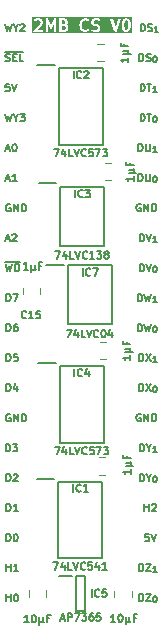
<source format=gto>
%TF.GenerationSoftware,KiCad,Pcbnew,9.0.7-9.0.7~ubuntu24.04.1*%
%TF.CreationDate,2026-01-21T08:40:13+02:00*%
%TF.ProjectId,Main Memory Channel,4d61696e-204d-4656-9d6f-727920436861,V0*%
%TF.SameCoordinates,Original*%
%TF.FileFunction,Legend,Top*%
%TF.FilePolarity,Positive*%
%FSLAX46Y46*%
G04 Gerber Fmt 4.6, Leading zero omitted, Abs format (unit mm)*
G04 Created by KiCad (PCBNEW 9.0.7-9.0.7~ubuntu24.04.1) date 2026-01-21 08:40:13*
%MOMM*%
%LPD*%
G01*
G04 APERTURE LIST*
%ADD10C,0.150000*%
%ADD11C,0.200000*%
%ADD12C,0.120000*%
G04 APERTURE END LIST*
D10*
X1568255Y-4730963D02*
X1265874Y-4730963D01*
X1265874Y-4730963D02*
X1235636Y-5033344D01*
X1235636Y-5033344D02*
X1265874Y-5003105D01*
X1265874Y-5003105D02*
X1326350Y-4972867D01*
X1326350Y-4972867D02*
X1477541Y-4972867D01*
X1477541Y-4972867D02*
X1538017Y-5003105D01*
X1538017Y-5003105D02*
X1568255Y-5033344D01*
X1568255Y-5033344D02*
X1598493Y-5093820D01*
X1598493Y-5093820D02*
X1598493Y-5245010D01*
X1598493Y-5245010D02*
X1568255Y-5305486D01*
X1568255Y-5305486D02*
X1538017Y-5335725D01*
X1538017Y-5335725D02*
X1477541Y-5365963D01*
X1477541Y-5365963D02*
X1326350Y-5365963D01*
X1326350Y-5365963D02*
X1265874Y-5335725D01*
X1265874Y-5335725D02*
X1235636Y-5305486D01*
X1779922Y-4730963D02*
X1991588Y-5365963D01*
X1991588Y-5365963D02*
X2203255Y-4730963D01*
X1316674Y-25685963D02*
X1316674Y-25050963D01*
X1316674Y-25050963D02*
X1467864Y-25050963D01*
X1467864Y-25050963D02*
X1558579Y-25081201D01*
X1558579Y-25081201D02*
X1619055Y-25141677D01*
X1619055Y-25141677D02*
X1649293Y-25202153D01*
X1649293Y-25202153D02*
X1679531Y-25323105D01*
X1679531Y-25323105D02*
X1679531Y-25413820D01*
X1679531Y-25413820D02*
X1649293Y-25534772D01*
X1649293Y-25534772D02*
X1619055Y-25595248D01*
X1619055Y-25595248D02*
X1558579Y-25655725D01*
X1558579Y-25655725D02*
X1467864Y-25685963D01*
X1467864Y-25685963D02*
X1316674Y-25685963D01*
X2223817Y-25050963D02*
X2102864Y-25050963D01*
X2102864Y-25050963D02*
X2042388Y-25081201D01*
X2042388Y-25081201D02*
X2012150Y-25111439D01*
X2012150Y-25111439D02*
X1951674Y-25202153D01*
X1951674Y-25202153D02*
X1921436Y-25323105D01*
X1921436Y-25323105D02*
X1921436Y-25565010D01*
X1921436Y-25565010D02*
X1951674Y-25625486D01*
X1951674Y-25625486D02*
X1981912Y-25655725D01*
X1981912Y-25655725D02*
X2042388Y-25685963D01*
X2042388Y-25685963D02*
X2163341Y-25685963D01*
X2163341Y-25685963D02*
X2223817Y-25655725D01*
X2223817Y-25655725D02*
X2254055Y-25625486D01*
X2254055Y-25625486D02*
X2284293Y-25565010D01*
X2284293Y-25565010D02*
X2284293Y-25413820D01*
X2284293Y-25413820D02*
X2254055Y-25353344D01*
X2254055Y-25353344D02*
X2223817Y-25323105D01*
X2223817Y-25323105D02*
X2163341Y-25292867D01*
X2163341Y-25292867D02*
X2042388Y-25292867D01*
X2042388Y-25292867D02*
X1981912Y-25323105D01*
X1981912Y-25323105D02*
X1951674Y-25353344D01*
X1951674Y-25353344D02*
X1921436Y-25413820D01*
X12552934Y-2825963D02*
X12552934Y-2190963D01*
X12552934Y-2190963D02*
X12704124Y-2190963D01*
X12704124Y-2190963D02*
X12794839Y-2221201D01*
X12794839Y-2221201D02*
X12855315Y-2281677D01*
X12855315Y-2281677D02*
X12885553Y-2342153D01*
X12885553Y-2342153D02*
X12915791Y-2463105D01*
X12915791Y-2463105D02*
X12915791Y-2553820D01*
X12915791Y-2553820D02*
X12885553Y-2674772D01*
X12885553Y-2674772D02*
X12855315Y-2735248D01*
X12855315Y-2735248D02*
X12794839Y-2795725D01*
X12794839Y-2795725D02*
X12704124Y-2825963D01*
X12704124Y-2825963D02*
X12552934Y-2825963D01*
X13157696Y-2795725D02*
X13248410Y-2825963D01*
X13248410Y-2825963D02*
X13399601Y-2825963D01*
X13399601Y-2825963D02*
X13460077Y-2795725D01*
X13460077Y-2795725D02*
X13490315Y-2765486D01*
X13490315Y-2765486D02*
X13520553Y-2705010D01*
X13520553Y-2705010D02*
X13520553Y-2644534D01*
X13520553Y-2644534D02*
X13490315Y-2584058D01*
X13490315Y-2584058D02*
X13460077Y-2553820D01*
X13460077Y-2553820D02*
X13399601Y-2523582D01*
X13399601Y-2523582D02*
X13278648Y-2493344D01*
X13278648Y-2493344D02*
X13218172Y-2463105D01*
X13218172Y-2463105D02*
X13187934Y-2432867D01*
X13187934Y-2432867D02*
X13157696Y-2372391D01*
X13157696Y-2372391D02*
X13157696Y-2311915D01*
X13157696Y-2311915D02*
X13187934Y-2251439D01*
X13187934Y-2251439D02*
X13218172Y-2221201D01*
X13218172Y-2221201D02*
X13278648Y-2190963D01*
X13278648Y-2190963D02*
X13429839Y-2190963D01*
X13429839Y-2190963D02*
X13520553Y-2221201D01*
X13859220Y-2388115D02*
X13907601Y-2388115D01*
X13907601Y-2388115D02*
X13955982Y-2412305D01*
X13955982Y-2412305D02*
X13980172Y-2436496D01*
X13980172Y-2436496D02*
X14004363Y-2484877D01*
X14004363Y-2484877D02*
X14028553Y-2581639D01*
X14028553Y-2581639D02*
X14028553Y-2702591D01*
X14028553Y-2702591D02*
X14004363Y-2799353D01*
X14004363Y-2799353D02*
X13980172Y-2847734D01*
X13980172Y-2847734D02*
X13955982Y-2871925D01*
X13955982Y-2871925D02*
X13907601Y-2896115D01*
X13907601Y-2896115D02*
X13859220Y-2896115D01*
X13859220Y-2896115D02*
X13810839Y-2871925D01*
X13810839Y-2871925D02*
X13786648Y-2847734D01*
X13786648Y-2847734D02*
X13762458Y-2799353D01*
X13762458Y-2799353D02*
X13738267Y-2702591D01*
X13738267Y-2702591D02*
X13738267Y-2581639D01*
X13738267Y-2581639D02*
X13762458Y-2484877D01*
X13762458Y-2484877D02*
X13786648Y-2436496D01*
X13786648Y-2436496D02*
X13810839Y-2412305D01*
X13810839Y-2412305D02*
X13859220Y-2388115D01*
X13379039Y-42830963D02*
X13076658Y-42830963D01*
X13076658Y-42830963D02*
X13046420Y-43133344D01*
X13046420Y-43133344D02*
X13076658Y-43103105D01*
X13076658Y-43103105D02*
X13137134Y-43072867D01*
X13137134Y-43072867D02*
X13288325Y-43072867D01*
X13288325Y-43072867D02*
X13348801Y-43103105D01*
X13348801Y-43103105D02*
X13379039Y-43133344D01*
X13379039Y-43133344D02*
X13409277Y-43193820D01*
X13409277Y-43193820D02*
X13409277Y-43345010D01*
X13409277Y-43345010D02*
X13379039Y-43405486D01*
X13379039Y-43405486D02*
X13348801Y-43435725D01*
X13348801Y-43435725D02*
X13288325Y-43465963D01*
X13288325Y-43465963D02*
X13137134Y-43465963D01*
X13137134Y-43465963D02*
X13076658Y-43435725D01*
X13076658Y-43435725D02*
X13046420Y-43405486D01*
X13590706Y-42830963D02*
X13802372Y-43465963D01*
X13802372Y-43465963D02*
X14014039Y-42830963D01*
X1316674Y-48545963D02*
X1316674Y-47910963D01*
X1316674Y-48213344D02*
X1679531Y-48213344D01*
X1679531Y-48545963D02*
X1679531Y-47910963D01*
X2102864Y-47910963D02*
X2163341Y-47910963D01*
X2163341Y-47910963D02*
X2223817Y-47941201D01*
X2223817Y-47941201D02*
X2254055Y-47971439D01*
X2254055Y-47971439D02*
X2284293Y-48031915D01*
X2284293Y-48031915D02*
X2314531Y-48152867D01*
X2314531Y-48152867D02*
X2314531Y-48304058D01*
X2314531Y-48304058D02*
X2284293Y-48425010D01*
X2284293Y-48425010D02*
X2254055Y-48485486D01*
X2254055Y-48485486D02*
X2223817Y-48515725D01*
X2223817Y-48515725D02*
X2163341Y-48545963D01*
X2163341Y-48545963D02*
X2102864Y-48545963D01*
X2102864Y-48545963D02*
X2042388Y-48515725D01*
X2042388Y-48515725D02*
X2012150Y-48485486D01*
X2012150Y-48485486D02*
X1981912Y-48425010D01*
X1981912Y-48425010D02*
X1951674Y-48304058D01*
X1951674Y-48304058D02*
X1951674Y-48152867D01*
X1951674Y-48152867D02*
X1981912Y-48031915D01*
X1981912Y-48031915D02*
X2012150Y-47971439D01*
X2012150Y-47971439D02*
X2042388Y-47941201D01*
X2042388Y-47941201D02*
X2102864Y-47910963D01*
X13006506Y-40925963D02*
X13006506Y-40290963D01*
X13006506Y-40593344D02*
X13369363Y-40593344D01*
X13369363Y-40925963D02*
X13369363Y-40290963D01*
X13641506Y-40351439D02*
X13671744Y-40321201D01*
X13671744Y-40321201D02*
X13732220Y-40290963D01*
X13732220Y-40290963D02*
X13883411Y-40290963D01*
X13883411Y-40290963D02*
X13943887Y-40321201D01*
X13943887Y-40321201D02*
X13974125Y-40351439D01*
X13974125Y-40351439D02*
X14004363Y-40411915D01*
X14004363Y-40411915D02*
X14004363Y-40472391D01*
X14004363Y-40472391D02*
X13974125Y-40563105D01*
X13974125Y-40563105D02*
X13611268Y-40925963D01*
X13611268Y-40925963D02*
X14004363Y-40925963D01*
X12492458Y-12985963D02*
X12492458Y-12350963D01*
X12492458Y-12350963D02*
X12643648Y-12350963D01*
X12643648Y-12350963D02*
X12734363Y-12381201D01*
X12734363Y-12381201D02*
X12794839Y-12441677D01*
X12794839Y-12441677D02*
X12825077Y-12502153D01*
X12825077Y-12502153D02*
X12855315Y-12623105D01*
X12855315Y-12623105D02*
X12855315Y-12713820D01*
X12855315Y-12713820D02*
X12825077Y-12834772D01*
X12825077Y-12834772D02*
X12794839Y-12895248D01*
X12794839Y-12895248D02*
X12734363Y-12955725D01*
X12734363Y-12955725D02*
X12643648Y-12985963D01*
X12643648Y-12985963D02*
X12492458Y-12985963D01*
X13127458Y-12350963D02*
X13127458Y-12865010D01*
X13127458Y-12865010D02*
X13157696Y-12925486D01*
X13157696Y-12925486D02*
X13187934Y-12955725D01*
X13187934Y-12955725D02*
X13248410Y-12985963D01*
X13248410Y-12985963D02*
X13369363Y-12985963D01*
X13369363Y-12985963D02*
X13429839Y-12955725D01*
X13429839Y-12955725D02*
X13460077Y-12925486D01*
X13460077Y-12925486D02*
X13490315Y-12865010D01*
X13490315Y-12865010D02*
X13490315Y-12350963D01*
X13859220Y-12548115D02*
X13907601Y-12548115D01*
X13907601Y-12548115D02*
X13955982Y-12572305D01*
X13955982Y-12572305D02*
X13980172Y-12596496D01*
X13980172Y-12596496D02*
X14004363Y-12644877D01*
X14004363Y-12644877D02*
X14028553Y-12741639D01*
X14028553Y-12741639D02*
X14028553Y-12862591D01*
X14028553Y-12862591D02*
X14004363Y-12959353D01*
X14004363Y-12959353D02*
X13980172Y-13007734D01*
X13980172Y-13007734D02*
X13955982Y-13031925D01*
X13955982Y-13031925D02*
X13907601Y-13056115D01*
X13907601Y-13056115D02*
X13859220Y-13056115D01*
X13859220Y-13056115D02*
X13810839Y-13031925D01*
X13810839Y-13031925D02*
X13786648Y-13007734D01*
X13786648Y-13007734D02*
X13762458Y-12959353D01*
X13762458Y-12959353D02*
X13738267Y-12862591D01*
X13738267Y-12862591D02*
X13738267Y-12741639D01*
X13738267Y-12741639D02*
X13762458Y-12644877D01*
X13762458Y-12644877D02*
X13786648Y-12596496D01*
X13786648Y-12596496D02*
X13810839Y-12572305D01*
X13810839Y-12572305D02*
X13859220Y-12548115D01*
X1316674Y-40925963D02*
X1316674Y-40290963D01*
X1316674Y-40290963D02*
X1467864Y-40290963D01*
X1467864Y-40290963D02*
X1558579Y-40321201D01*
X1558579Y-40321201D02*
X1619055Y-40381677D01*
X1619055Y-40381677D02*
X1649293Y-40442153D01*
X1649293Y-40442153D02*
X1679531Y-40563105D01*
X1679531Y-40563105D02*
X1679531Y-40653820D01*
X1679531Y-40653820D02*
X1649293Y-40774772D01*
X1649293Y-40774772D02*
X1619055Y-40835248D01*
X1619055Y-40835248D02*
X1558579Y-40895725D01*
X1558579Y-40895725D02*
X1467864Y-40925963D01*
X1467864Y-40925963D02*
X1316674Y-40925963D01*
X2284293Y-40925963D02*
X1921436Y-40925963D01*
X2102864Y-40925963D02*
X2102864Y-40290963D01*
X2102864Y-40290963D02*
X2042388Y-40381677D01*
X2042388Y-40381677D02*
X1981912Y-40442153D01*
X1981912Y-40442153D02*
X1921436Y-40472391D01*
X1316674Y-43465963D02*
X1316674Y-42830963D01*
X1316674Y-42830963D02*
X1467864Y-42830963D01*
X1467864Y-42830963D02*
X1558579Y-42861201D01*
X1558579Y-42861201D02*
X1619055Y-42921677D01*
X1619055Y-42921677D02*
X1649293Y-42982153D01*
X1649293Y-42982153D02*
X1679531Y-43103105D01*
X1679531Y-43103105D02*
X1679531Y-43193820D01*
X1679531Y-43193820D02*
X1649293Y-43314772D01*
X1649293Y-43314772D02*
X1619055Y-43375248D01*
X1619055Y-43375248D02*
X1558579Y-43435725D01*
X1558579Y-43435725D02*
X1467864Y-43465963D01*
X1467864Y-43465963D02*
X1316674Y-43465963D01*
X2072626Y-42830963D02*
X2133103Y-42830963D01*
X2133103Y-42830963D02*
X2193579Y-42861201D01*
X2193579Y-42861201D02*
X2223817Y-42891439D01*
X2223817Y-42891439D02*
X2254055Y-42951915D01*
X2254055Y-42951915D02*
X2284293Y-43072867D01*
X2284293Y-43072867D02*
X2284293Y-43224058D01*
X2284293Y-43224058D02*
X2254055Y-43345010D01*
X2254055Y-43345010D02*
X2223817Y-43405486D01*
X2223817Y-43405486D02*
X2193579Y-43435725D01*
X2193579Y-43435725D02*
X2133103Y-43465963D01*
X2133103Y-43465963D02*
X2072626Y-43465963D01*
X2072626Y-43465963D02*
X2012150Y-43435725D01*
X2012150Y-43435725D02*
X1981912Y-43405486D01*
X1981912Y-43405486D02*
X1951674Y-43345010D01*
X1951674Y-43345010D02*
X1921436Y-43224058D01*
X1921436Y-43224058D02*
X1921436Y-43072867D01*
X1921436Y-43072867D02*
X1951674Y-42951915D01*
X1951674Y-42951915D02*
X1981912Y-42891439D01*
X1981912Y-42891439D02*
X2012150Y-42861201D01*
X2012150Y-42861201D02*
X2072626Y-42830963D01*
X1649293Y-32701201D02*
X1588817Y-32670963D01*
X1588817Y-32670963D02*
X1498103Y-32670963D01*
X1498103Y-32670963D02*
X1407388Y-32701201D01*
X1407388Y-32701201D02*
X1346912Y-32761677D01*
X1346912Y-32761677D02*
X1316674Y-32822153D01*
X1316674Y-32822153D02*
X1286436Y-32943105D01*
X1286436Y-32943105D02*
X1286436Y-33033820D01*
X1286436Y-33033820D02*
X1316674Y-33154772D01*
X1316674Y-33154772D02*
X1346912Y-33215248D01*
X1346912Y-33215248D02*
X1407388Y-33275725D01*
X1407388Y-33275725D02*
X1498103Y-33305963D01*
X1498103Y-33305963D02*
X1558579Y-33305963D01*
X1558579Y-33305963D02*
X1649293Y-33275725D01*
X1649293Y-33275725D02*
X1679531Y-33245486D01*
X1679531Y-33245486D02*
X1679531Y-33033820D01*
X1679531Y-33033820D02*
X1558579Y-33033820D01*
X1951674Y-33305963D02*
X1951674Y-32670963D01*
X1951674Y-32670963D02*
X2314531Y-33305963D01*
X2314531Y-33305963D02*
X2314531Y-32670963D01*
X2616912Y-33305963D02*
X2616912Y-32670963D01*
X2616912Y-32670963D02*
X2768102Y-32670963D01*
X2768102Y-32670963D02*
X2858817Y-32701201D01*
X2858817Y-32701201D02*
X2919293Y-32761677D01*
X2919293Y-32761677D02*
X2949531Y-32822153D01*
X2949531Y-32822153D02*
X2979769Y-32943105D01*
X2979769Y-32943105D02*
X2979769Y-33033820D01*
X2979769Y-33033820D02*
X2949531Y-33154772D01*
X2949531Y-33154772D02*
X2919293Y-33215248D01*
X2919293Y-33215248D02*
X2858817Y-33275725D01*
X2858817Y-33275725D02*
X2768102Y-33305963D01*
X2768102Y-33305963D02*
X2616912Y-33305963D01*
X12673887Y-32701201D02*
X12613411Y-32670963D01*
X12613411Y-32670963D02*
X12522697Y-32670963D01*
X12522697Y-32670963D02*
X12431982Y-32701201D01*
X12431982Y-32701201D02*
X12371506Y-32761677D01*
X12371506Y-32761677D02*
X12341268Y-32822153D01*
X12341268Y-32822153D02*
X12311030Y-32943105D01*
X12311030Y-32943105D02*
X12311030Y-33033820D01*
X12311030Y-33033820D02*
X12341268Y-33154772D01*
X12341268Y-33154772D02*
X12371506Y-33215248D01*
X12371506Y-33215248D02*
X12431982Y-33275725D01*
X12431982Y-33275725D02*
X12522697Y-33305963D01*
X12522697Y-33305963D02*
X12583173Y-33305963D01*
X12583173Y-33305963D02*
X12673887Y-33275725D01*
X12673887Y-33275725D02*
X12704125Y-33245486D01*
X12704125Y-33245486D02*
X12704125Y-33033820D01*
X12704125Y-33033820D02*
X12583173Y-33033820D01*
X12976268Y-33305963D02*
X12976268Y-32670963D01*
X12976268Y-32670963D02*
X13339125Y-33305963D01*
X13339125Y-33305963D02*
X13339125Y-32670963D01*
X13641506Y-33305963D02*
X13641506Y-32670963D01*
X13641506Y-32670963D02*
X13792696Y-32670963D01*
X13792696Y-32670963D02*
X13883411Y-32701201D01*
X13883411Y-32701201D02*
X13943887Y-32761677D01*
X13943887Y-32761677D02*
X13974125Y-32822153D01*
X13974125Y-32822153D02*
X14004363Y-32943105D01*
X14004363Y-32943105D02*
X14004363Y-33033820D01*
X14004363Y-33033820D02*
X13974125Y-33154772D01*
X13974125Y-33154772D02*
X13943887Y-33215248D01*
X13943887Y-33215248D02*
X13883411Y-33275725D01*
X13883411Y-33275725D02*
X13792696Y-33305963D01*
X13792696Y-33305963D02*
X13641506Y-33305963D01*
X1265874Y-35845963D02*
X1265874Y-35210963D01*
X1265874Y-35210963D02*
X1417064Y-35210963D01*
X1417064Y-35210963D02*
X1507779Y-35241201D01*
X1507779Y-35241201D02*
X1568255Y-35301677D01*
X1568255Y-35301677D02*
X1598493Y-35362153D01*
X1598493Y-35362153D02*
X1628731Y-35483105D01*
X1628731Y-35483105D02*
X1628731Y-35573820D01*
X1628731Y-35573820D02*
X1598493Y-35694772D01*
X1598493Y-35694772D02*
X1568255Y-35755248D01*
X1568255Y-35755248D02*
X1507779Y-35815725D01*
X1507779Y-35815725D02*
X1417064Y-35845963D01*
X1417064Y-35845963D02*
X1265874Y-35845963D01*
X1840398Y-35210963D02*
X2233493Y-35210963D01*
X2233493Y-35210963D02*
X2021826Y-35452867D01*
X2021826Y-35452867D02*
X2112541Y-35452867D01*
X2112541Y-35452867D02*
X2173017Y-35483105D01*
X2173017Y-35483105D02*
X2203255Y-35513344D01*
X2203255Y-35513344D02*
X2233493Y-35573820D01*
X2233493Y-35573820D02*
X2233493Y-35725010D01*
X2233493Y-35725010D02*
X2203255Y-35785486D01*
X2203255Y-35785486D02*
X2173017Y-35815725D01*
X2173017Y-35815725D02*
X2112541Y-35845963D01*
X2112541Y-35845963D02*
X1931112Y-35845963D01*
X1931112Y-35845963D02*
X1870636Y-35815725D01*
X1870636Y-35815725D02*
X1840398Y-35785486D01*
X1316674Y-23145963D02*
X1316674Y-22510963D01*
X1316674Y-22510963D02*
X1467864Y-22510963D01*
X1467864Y-22510963D02*
X1558579Y-22541201D01*
X1558579Y-22541201D02*
X1619055Y-22601677D01*
X1619055Y-22601677D02*
X1649293Y-22662153D01*
X1649293Y-22662153D02*
X1679531Y-22783105D01*
X1679531Y-22783105D02*
X1679531Y-22873820D01*
X1679531Y-22873820D02*
X1649293Y-22994772D01*
X1649293Y-22994772D02*
X1619055Y-23055248D01*
X1619055Y-23055248D02*
X1558579Y-23115725D01*
X1558579Y-23115725D02*
X1467864Y-23145963D01*
X1467864Y-23145963D02*
X1316674Y-23145963D01*
X1891198Y-22510963D02*
X2314531Y-22510963D01*
X2314531Y-22510963D02*
X2042388Y-23145963D01*
X12679934Y-285963D02*
X12679934Y349036D01*
X12679934Y349036D02*
X12831124Y349036D01*
X12831124Y349036D02*
X12921839Y318798D01*
X12921839Y318798D02*
X12982315Y258322D01*
X12982315Y258322D02*
X13012553Y197846D01*
X13012553Y197846D02*
X13042791Y76894D01*
X13042791Y76894D02*
X13042791Y-13820D01*
X13042791Y-13820D02*
X13012553Y-134772D01*
X13012553Y-134772D02*
X12982315Y-195248D01*
X12982315Y-195248D02*
X12921839Y-255725D01*
X12921839Y-255725D02*
X12831124Y-285963D01*
X12831124Y-285963D02*
X12679934Y-285963D01*
X13284696Y-255725D02*
X13375410Y-285963D01*
X13375410Y-285963D02*
X13526601Y-285963D01*
X13526601Y-285963D02*
X13587077Y-255725D01*
X13587077Y-255725D02*
X13617315Y-225486D01*
X13617315Y-225486D02*
X13647553Y-165010D01*
X13647553Y-165010D02*
X13647553Y-104534D01*
X13647553Y-104534D02*
X13617315Y-44058D01*
X13617315Y-44058D02*
X13587077Y-13820D01*
X13587077Y-13820D02*
X13526601Y16417D01*
X13526601Y16417D02*
X13405648Y46655D01*
X13405648Y46655D02*
X13345172Y76894D01*
X13345172Y76894D02*
X13314934Y107132D01*
X13314934Y107132D02*
X13284696Y167608D01*
X13284696Y167608D02*
X13284696Y228084D01*
X13284696Y228084D02*
X13314934Y288560D01*
X13314934Y288560D02*
X13345172Y318798D01*
X13345172Y318798D02*
X13405648Y349036D01*
X13405648Y349036D02*
X13556839Y349036D01*
X13556839Y349036D02*
X13647553Y318798D01*
X14155553Y-356115D02*
X13865267Y-356115D01*
X14010410Y-356115D02*
X14010410Y151884D01*
X14010410Y151884D02*
X13962029Y79313D01*
X13962029Y79313D02*
X13913648Y30932D01*
X13913648Y30932D02*
X13865267Y6741D01*
X12613410Y-20605963D02*
X12613410Y-19970963D01*
X12613410Y-19970963D02*
X12764600Y-19970963D01*
X12764600Y-19970963D02*
X12855315Y-20001201D01*
X12855315Y-20001201D02*
X12915791Y-20061677D01*
X12915791Y-20061677D02*
X12946029Y-20122153D01*
X12946029Y-20122153D02*
X12976267Y-20243105D01*
X12976267Y-20243105D02*
X12976267Y-20333820D01*
X12976267Y-20333820D02*
X12946029Y-20454772D01*
X12946029Y-20454772D02*
X12915791Y-20515248D01*
X12915791Y-20515248D02*
X12855315Y-20575725D01*
X12855315Y-20575725D02*
X12764600Y-20605963D01*
X12764600Y-20605963D02*
X12613410Y-20605963D01*
X13157696Y-19970963D02*
X13369362Y-20605963D01*
X13369362Y-20605963D02*
X13581029Y-19970963D01*
X13859220Y-20168115D02*
X13907601Y-20168115D01*
X13907601Y-20168115D02*
X13955982Y-20192305D01*
X13955982Y-20192305D02*
X13980172Y-20216496D01*
X13980172Y-20216496D02*
X14004363Y-20264877D01*
X14004363Y-20264877D02*
X14028553Y-20361639D01*
X14028553Y-20361639D02*
X14028553Y-20482591D01*
X14028553Y-20482591D02*
X14004363Y-20579353D01*
X14004363Y-20579353D02*
X13980172Y-20627734D01*
X13980172Y-20627734D02*
X13955982Y-20651925D01*
X13955982Y-20651925D02*
X13907601Y-20676115D01*
X13907601Y-20676115D02*
X13859220Y-20676115D01*
X13859220Y-20676115D02*
X13810839Y-20651925D01*
X13810839Y-20651925D02*
X13786648Y-20627734D01*
X13786648Y-20627734D02*
X13762458Y-20579353D01*
X13762458Y-20579353D02*
X13738267Y-20482591D01*
X13738267Y-20482591D02*
X13738267Y-20361639D01*
X13738267Y-20361639D02*
X13762458Y-20264877D01*
X13762458Y-20264877D02*
X13786648Y-20216496D01*
X13786648Y-20216496D02*
X13810839Y-20192305D01*
X13810839Y-20192305D02*
X13859220Y-20168115D01*
X12613410Y-18065963D02*
X12613410Y-17430963D01*
X12613410Y-17430963D02*
X12764600Y-17430963D01*
X12764600Y-17430963D02*
X12855315Y-17461201D01*
X12855315Y-17461201D02*
X12915791Y-17521677D01*
X12915791Y-17521677D02*
X12946029Y-17582153D01*
X12946029Y-17582153D02*
X12976267Y-17703105D01*
X12976267Y-17703105D02*
X12976267Y-17793820D01*
X12976267Y-17793820D02*
X12946029Y-17914772D01*
X12946029Y-17914772D02*
X12915791Y-17975248D01*
X12915791Y-17975248D02*
X12855315Y-18035725D01*
X12855315Y-18035725D02*
X12764600Y-18065963D01*
X12764600Y-18065963D02*
X12613410Y-18065963D01*
X13157696Y-17430963D02*
X13369362Y-18065963D01*
X13369362Y-18065963D02*
X13581029Y-17430963D01*
X14028553Y-18136115D02*
X13738267Y-18136115D01*
X13883410Y-18136115D02*
X13883410Y-17628115D01*
X13883410Y-17628115D02*
X13835029Y-17700686D01*
X13835029Y-17700686D02*
X13786648Y-17749067D01*
X13786648Y-17749067D02*
X13738267Y-17773258D01*
X12431982Y-23145963D02*
X12431982Y-22510963D01*
X12431982Y-22510963D02*
X12583172Y-22510963D01*
X12583172Y-22510963D02*
X12673887Y-22541201D01*
X12673887Y-22541201D02*
X12734363Y-22601677D01*
X12734363Y-22601677D02*
X12764601Y-22662153D01*
X12764601Y-22662153D02*
X12794839Y-22783105D01*
X12794839Y-22783105D02*
X12794839Y-22873820D01*
X12794839Y-22873820D02*
X12764601Y-22994772D01*
X12764601Y-22994772D02*
X12734363Y-23055248D01*
X12734363Y-23055248D02*
X12673887Y-23115725D01*
X12673887Y-23115725D02*
X12583172Y-23145963D01*
X12583172Y-23145963D02*
X12431982Y-23145963D01*
X13006506Y-22510963D02*
X13157696Y-23145963D01*
X13157696Y-23145963D02*
X13278649Y-22692391D01*
X13278649Y-22692391D02*
X13399601Y-23145963D01*
X13399601Y-23145963D02*
X13550792Y-22510963D01*
X14028553Y-23216115D02*
X13738267Y-23216115D01*
X13883410Y-23216115D02*
X13883410Y-22708115D01*
X13883410Y-22708115D02*
X13835029Y-22780686D01*
X13835029Y-22780686D02*
X13786648Y-22829067D01*
X13786648Y-22829067D02*
X13738267Y-22853258D01*
X1316674Y-38385963D02*
X1316674Y-37750963D01*
X1316674Y-37750963D02*
X1467864Y-37750963D01*
X1467864Y-37750963D02*
X1558579Y-37781201D01*
X1558579Y-37781201D02*
X1619055Y-37841677D01*
X1619055Y-37841677D02*
X1649293Y-37902153D01*
X1649293Y-37902153D02*
X1679531Y-38023105D01*
X1679531Y-38023105D02*
X1679531Y-38113820D01*
X1679531Y-38113820D02*
X1649293Y-38234772D01*
X1649293Y-38234772D02*
X1619055Y-38295248D01*
X1619055Y-38295248D02*
X1558579Y-38355725D01*
X1558579Y-38355725D02*
X1467864Y-38385963D01*
X1467864Y-38385963D02*
X1316674Y-38385963D01*
X1921436Y-37811439D02*
X1951674Y-37781201D01*
X1951674Y-37781201D02*
X2012150Y-37750963D01*
X2012150Y-37750963D02*
X2163341Y-37750963D01*
X2163341Y-37750963D02*
X2223817Y-37781201D01*
X2223817Y-37781201D02*
X2254055Y-37811439D01*
X2254055Y-37811439D02*
X2284293Y-37871915D01*
X2284293Y-37871915D02*
X2284293Y-37932391D01*
X2284293Y-37932391D02*
X2254055Y-38023105D01*
X2254055Y-38023105D02*
X1891198Y-38385963D01*
X1891198Y-38385963D02*
X2284293Y-38385963D01*
X1286436Y-12804534D02*
X1588817Y-12804534D01*
X1225960Y-12985963D02*
X1437626Y-12350963D01*
X1437626Y-12350963D02*
X1649293Y-12985963D01*
X2193579Y-12985963D02*
X1830722Y-12985963D01*
X2012150Y-12985963D02*
X2012150Y-12350963D01*
X2012150Y-12350963D02*
X1951674Y-12441677D01*
X1951674Y-12441677D02*
X1891198Y-12502153D01*
X1891198Y-12502153D02*
X1830722Y-12532391D01*
X12552934Y-48545963D02*
X12552934Y-47910963D01*
X12552934Y-47910963D02*
X12704124Y-47910963D01*
X12704124Y-47910963D02*
X12794839Y-47941201D01*
X12794839Y-47941201D02*
X12855315Y-48001677D01*
X12855315Y-48001677D02*
X12885553Y-48062153D01*
X12885553Y-48062153D02*
X12915791Y-48183105D01*
X12915791Y-48183105D02*
X12915791Y-48273820D01*
X12915791Y-48273820D02*
X12885553Y-48394772D01*
X12885553Y-48394772D02*
X12855315Y-48455248D01*
X12855315Y-48455248D02*
X12794839Y-48515725D01*
X12794839Y-48515725D02*
X12704124Y-48545963D01*
X12704124Y-48545963D02*
X12552934Y-48545963D01*
X13127458Y-47910963D02*
X13550791Y-47910963D01*
X13550791Y-47910963D02*
X13127458Y-48545963D01*
X13127458Y-48545963D02*
X13550791Y-48545963D01*
X13859220Y-48108115D02*
X13907601Y-48108115D01*
X13907601Y-48108115D02*
X13955982Y-48132305D01*
X13955982Y-48132305D02*
X13980172Y-48156496D01*
X13980172Y-48156496D02*
X14004363Y-48204877D01*
X14004363Y-48204877D02*
X14028553Y-48301639D01*
X14028553Y-48301639D02*
X14028553Y-48422591D01*
X14028553Y-48422591D02*
X14004363Y-48519353D01*
X14004363Y-48519353D02*
X13980172Y-48567734D01*
X13980172Y-48567734D02*
X13955982Y-48591925D01*
X13955982Y-48591925D02*
X13907601Y-48616115D01*
X13907601Y-48616115D02*
X13859220Y-48616115D01*
X13859220Y-48616115D02*
X13810839Y-48591925D01*
X13810839Y-48591925D02*
X13786648Y-48567734D01*
X13786648Y-48567734D02*
X13762458Y-48519353D01*
X13762458Y-48519353D02*
X13738267Y-48422591D01*
X13738267Y-48422591D02*
X13738267Y-48301639D01*
X13738267Y-48301639D02*
X13762458Y-48204877D01*
X13762458Y-48204877D02*
X13786648Y-48156496D01*
X13786648Y-48156496D02*
X13810839Y-48132305D01*
X13810839Y-48132305D02*
X13859220Y-48108115D01*
X1649293Y-14921201D02*
X1588817Y-14890963D01*
X1588817Y-14890963D02*
X1498103Y-14890963D01*
X1498103Y-14890963D02*
X1407388Y-14921201D01*
X1407388Y-14921201D02*
X1346912Y-14981677D01*
X1346912Y-14981677D02*
X1316674Y-15042153D01*
X1316674Y-15042153D02*
X1286436Y-15163105D01*
X1286436Y-15163105D02*
X1286436Y-15253820D01*
X1286436Y-15253820D02*
X1316674Y-15374772D01*
X1316674Y-15374772D02*
X1346912Y-15435248D01*
X1346912Y-15435248D02*
X1407388Y-15495725D01*
X1407388Y-15495725D02*
X1498103Y-15525963D01*
X1498103Y-15525963D02*
X1558579Y-15525963D01*
X1558579Y-15525963D02*
X1649293Y-15495725D01*
X1649293Y-15495725D02*
X1679531Y-15465486D01*
X1679531Y-15465486D02*
X1679531Y-15253820D01*
X1679531Y-15253820D02*
X1558579Y-15253820D01*
X1951674Y-15525963D02*
X1951674Y-14890963D01*
X1951674Y-14890963D02*
X2314531Y-15525963D01*
X2314531Y-15525963D02*
X2314531Y-14890963D01*
X2616912Y-15525963D02*
X2616912Y-14890963D01*
X2616912Y-14890963D02*
X2768102Y-14890963D01*
X2768102Y-14890963D02*
X2858817Y-14921201D01*
X2858817Y-14921201D02*
X2919293Y-14981677D01*
X2919293Y-14981677D02*
X2949531Y-15042153D01*
X2949531Y-15042153D02*
X2979769Y-15163105D01*
X2979769Y-15163105D02*
X2979769Y-15253820D01*
X2979769Y-15253820D02*
X2949531Y-15374772D01*
X2949531Y-15374772D02*
X2919293Y-15435248D01*
X2919293Y-15435248D02*
X2858817Y-15495725D01*
X2858817Y-15495725D02*
X2768102Y-15525963D01*
X2768102Y-15525963D02*
X2616912Y-15525963D01*
X12673886Y-5365963D02*
X12673886Y-4730963D01*
X12673886Y-4730963D02*
X12825076Y-4730963D01*
X12825076Y-4730963D02*
X12915791Y-4761201D01*
X12915791Y-4761201D02*
X12976267Y-4821677D01*
X12976267Y-4821677D02*
X13006505Y-4882153D01*
X13006505Y-4882153D02*
X13036743Y-5003105D01*
X13036743Y-5003105D02*
X13036743Y-5093820D01*
X13036743Y-5093820D02*
X13006505Y-5214772D01*
X13006505Y-5214772D02*
X12976267Y-5275248D01*
X12976267Y-5275248D02*
X12915791Y-5335725D01*
X12915791Y-5335725D02*
X12825076Y-5365963D01*
X12825076Y-5365963D02*
X12673886Y-5365963D01*
X13218172Y-4730963D02*
X13581029Y-4730963D01*
X13399600Y-5365963D02*
X13399600Y-4730963D01*
X14028553Y-5436115D02*
X13738267Y-5436115D01*
X13883410Y-5436115D02*
X13883410Y-4928115D01*
X13883410Y-4928115D02*
X13835029Y-5000686D01*
X13835029Y-5000686D02*
X13786648Y-5049067D01*
X13786648Y-5049067D02*
X13738267Y-5073258D01*
X12552934Y-30765963D02*
X12552934Y-30130963D01*
X12552934Y-30130963D02*
X12704124Y-30130963D01*
X12704124Y-30130963D02*
X12794839Y-30161201D01*
X12794839Y-30161201D02*
X12855315Y-30221677D01*
X12855315Y-30221677D02*
X12885553Y-30282153D01*
X12885553Y-30282153D02*
X12915791Y-30403105D01*
X12915791Y-30403105D02*
X12915791Y-30493820D01*
X12915791Y-30493820D02*
X12885553Y-30614772D01*
X12885553Y-30614772D02*
X12855315Y-30675248D01*
X12855315Y-30675248D02*
X12794839Y-30735725D01*
X12794839Y-30735725D02*
X12704124Y-30765963D01*
X12704124Y-30765963D02*
X12552934Y-30765963D01*
X13127458Y-30130963D02*
X13550791Y-30765963D01*
X13550791Y-30130963D02*
X13127458Y-30765963D01*
X13859220Y-30328115D02*
X13907601Y-30328115D01*
X13907601Y-30328115D02*
X13955982Y-30352305D01*
X13955982Y-30352305D02*
X13980172Y-30376496D01*
X13980172Y-30376496D02*
X14004363Y-30424877D01*
X14004363Y-30424877D02*
X14028553Y-30521639D01*
X14028553Y-30521639D02*
X14028553Y-30642591D01*
X14028553Y-30642591D02*
X14004363Y-30739353D01*
X14004363Y-30739353D02*
X13980172Y-30787734D01*
X13980172Y-30787734D02*
X13955982Y-30811925D01*
X13955982Y-30811925D02*
X13907601Y-30836115D01*
X13907601Y-30836115D02*
X13859220Y-30836115D01*
X13859220Y-30836115D02*
X13810839Y-30811925D01*
X13810839Y-30811925D02*
X13786648Y-30787734D01*
X13786648Y-30787734D02*
X13762458Y-30739353D01*
X13762458Y-30739353D02*
X13738267Y-30642591D01*
X13738267Y-30642591D02*
X13738267Y-30521639D01*
X13738267Y-30521639D02*
X13762458Y-30424877D01*
X13762458Y-30424877D02*
X13786648Y-30376496D01*
X13786648Y-30376496D02*
X13810839Y-30352305D01*
X13810839Y-30352305D02*
X13859220Y-30328115D01*
X1286436Y-17884534D02*
X1588817Y-17884534D01*
X1225960Y-18065963D02*
X1437626Y-17430963D01*
X1437626Y-17430963D02*
X1649293Y-18065963D01*
X1830722Y-17491439D02*
X1860960Y-17461201D01*
X1860960Y-17461201D02*
X1921436Y-17430963D01*
X1921436Y-17430963D02*
X2072627Y-17430963D01*
X2072627Y-17430963D02*
X2133103Y-17461201D01*
X2133103Y-17461201D02*
X2163341Y-17491439D01*
X2163341Y-17491439D02*
X2193579Y-17551915D01*
X2193579Y-17551915D02*
X2193579Y-17612391D01*
X2193579Y-17612391D02*
X2163341Y-17703105D01*
X2163341Y-17703105D02*
X1800484Y-18065963D01*
X1800484Y-18065963D02*
X2193579Y-18065963D01*
X12613410Y-35845963D02*
X12613410Y-35210963D01*
X12613410Y-35210963D02*
X12764600Y-35210963D01*
X12764600Y-35210963D02*
X12855315Y-35241201D01*
X12855315Y-35241201D02*
X12915791Y-35301677D01*
X12915791Y-35301677D02*
X12946029Y-35362153D01*
X12946029Y-35362153D02*
X12976267Y-35483105D01*
X12976267Y-35483105D02*
X12976267Y-35573820D01*
X12976267Y-35573820D02*
X12946029Y-35694772D01*
X12946029Y-35694772D02*
X12915791Y-35755248D01*
X12915791Y-35755248D02*
X12855315Y-35815725D01*
X12855315Y-35815725D02*
X12764600Y-35845963D01*
X12764600Y-35845963D02*
X12613410Y-35845963D01*
X13369362Y-35543582D02*
X13369362Y-35845963D01*
X13157696Y-35210963D02*
X13369362Y-35543582D01*
X13369362Y-35543582D02*
X13581029Y-35210963D01*
X14028553Y-35916115D02*
X13738267Y-35916115D01*
X13883410Y-35916115D02*
X13883410Y-35408115D01*
X13883410Y-35408115D02*
X13835029Y-35480686D01*
X13835029Y-35480686D02*
X13786648Y-35529067D01*
X13786648Y-35529067D02*
X13738267Y-35553258D01*
X1316674Y-46005963D02*
X1316674Y-45370963D01*
X1316674Y-45673344D02*
X1679531Y-45673344D01*
X1679531Y-46005963D02*
X1679531Y-45370963D01*
X2314531Y-46005963D02*
X1951674Y-46005963D01*
X2133102Y-46005963D02*
X2133102Y-45370963D01*
X2133102Y-45370963D02*
X2072626Y-45461677D01*
X2072626Y-45461677D02*
X2012150Y-45522153D01*
X2012150Y-45522153D02*
X1951674Y-45552391D01*
X1316674Y-30765963D02*
X1316674Y-30130963D01*
X1316674Y-30130963D02*
X1467864Y-30130963D01*
X1467864Y-30130963D02*
X1558579Y-30161201D01*
X1558579Y-30161201D02*
X1619055Y-30221677D01*
X1619055Y-30221677D02*
X1649293Y-30282153D01*
X1649293Y-30282153D02*
X1679531Y-30403105D01*
X1679531Y-30403105D02*
X1679531Y-30493820D01*
X1679531Y-30493820D02*
X1649293Y-30614772D01*
X1649293Y-30614772D02*
X1619055Y-30675248D01*
X1619055Y-30675248D02*
X1558579Y-30735725D01*
X1558579Y-30735725D02*
X1467864Y-30765963D01*
X1467864Y-30765963D02*
X1316674Y-30765963D01*
X2223817Y-30342629D02*
X2223817Y-30765963D01*
X2072626Y-30100725D02*
X1921436Y-30554296D01*
X1921436Y-30554296D02*
X2314531Y-30554296D01*
X12431982Y-25685963D02*
X12431982Y-25050963D01*
X12431982Y-25050963D02*
X12583172Y-25050963D01*
X12583172Y-25050963D02*
X12673887Y-25081201D01*
X12673887Y-25081201D02*
X12734363Y-25141677D01*
X12734363Y-25141677D02*
X12764601Y-25202153D01*
X12764601Y-25202153D02*
X12794839Y-25323105D01*
X12794839Y-25323105D02*
X12794839Y-25413820D01*
X12794839Y-25413820D02*
X12764601Y-25534772D01*
X12764601Y-25534772D02*
X12734363Y-25595248D01*
X12734363Y-25595248D02*
X12673887Y-25655725D01*
X12673887Y-25655725D02*
X12583172Y-25685963D01*
X12583172Y-25685963D02*
X12431982Y-25685963D01*
X13006506Y-25050963D02*
X13157696Y-25685963D01*
X13157696Y-25685963D02*
X13278649Y-25232391D01*
X13278649Y-25232391D02*
X13399601Y-25685963D01*
X13399601Y-25685963D02*
X13550792Y-25050963D01*
X13859220Y-25248115D02*
X13907601Y-25248115D01*
X13907601Y-25248115D02*
X13955982Y-25272305D01*
X13955982Y-25272305D02*
X13980172Y-25296496D01*
X13980172Y-25296496D02*
X14004363Y-25344877D01*
X14004363Y-25344877D02*
X14028553Y-25441639D01*
X14028553Y-25441639D02*
X14028553Y-25562591D01*
X14028553Y-25562591D02*
X14004363Y-25659353D01*
X14004363Y-25659353D02*
X13980172Y-25707734D01*
X13980172Y-25707734D02*
X13955982Y-25731925D01*
X13955982Y-25731925D02*
X13907601Y-25756115D01*
X13907601Y-25756115D02*
X13859220Y-25756115D01*
X13859220Y-25756115D02*
X13810839Y-25731925D01*
X13810839Y-25731925D02*
X13786648Y-25707734D01*
X13786648Y-25707734D02*
X13762458Y-25659353D01*
X13762458Y-25659353D02*
X13738267Y-25562591D01*
X13738267Y-25562591D02*
X13738267Y-25441639D01*
X13738267Y-25441639D02*
X13762458Y-25344877D01*
X13762458Y-25344877D02*
X13786648Y-25296496D01*
X13786648Y-25296496D02*
X13810839Y-25272305D01*
X13810839Y-25272305D02*
X13859220Y-25248115D01*
X1316674Y-28225963D02*
X1316674Y-27590963D01*
X1316674Y-27590963D02*
X1467864Y-27590963D01*
X1467864Y-27590963D02*
X1558579Y-27621201D01*
X1558579Y-27621201D02*
X1619055Y-27681677D01*
X1619055Y-27681677D02*
X1649293Y-27742153D01*
X1649293Y-27742153D02*
X1679531Y-27863105D01*
X1679531Y-27863105D02*
X1679531Y-27953820D01*
X1679531Y-27953820D02*
X1649293Y-28074772D01*
X1649293Y-28074772D02*
X1619055Y-28135248D01*
X1619055Y-28135248D02*
X1558579Y-28195725D01*
X1558579Y-28195725D02*
X1467864Y-28225963D01*
X1467864Y-28225963D02*
X1316674Y-28225963D01*
X2254055Y-27590963D02*
X1951674Y-27590963D01*
X1951674Y-27590963D02*
X1921436Y-27893344D01*
X1921436Y-27893344D02*
X1951674Y-27863105D01*
X1951674Y-27863105D02*
X2012150Y-27832867D01*
X2012150Y-27832867D02*
X2163341Y-27832867D01*
X2163341Y-27832867D02*
X2223817Y-27863105D01*
X2223817Y-27863105D02*
X2254055Y-27893344D01*
X2254055Y-27893344D02*
X2284293Y-27953820D01*
X2284293Y-27953820D02*
X2284293Y-28105010D01*
X2284293Y-28105010D02*
X2254055Y-28165486D01*
X2254055Y-28165486D02*
X2223817Y-28195725D01*
X2223817Y-28195725D02*
X2163341Y-28225963D01*
X2163341Y-28225963D02*
X2012150Y-28225963D01*
X2012150Y-28225963D02*
X1951674Y-28195725D01*
X1951674Y-28195725D02*
X1921436Y-28165486D01*
X1205398Y349036D02*
X1356588Y-285963D01*
X1356588Y-285963D02*
X1477541Y167608D01*
X1477541Y167608D02*
X1598493Y-285963D01*
X1598493Y-285963D02*
X1749684Y349036D01*
X2112540Y16417D02*
X2112540Y-285963D01*
X1900874Y349036D02*
X2112540Y16417D01*
X2112540Y16417D02*
X2324207Y349036D01*
X2505636Y288560D02*
X2535874Y318798D01*
X2535874Y318798D02*
X2596350Y349036D01*
X2596350Y349036D02*
X2747541Y349036D01*
X2747541Y349036D02*
X2808017Y318798D01*
X2808017Y318798D02*
X2838255Y288560D01*
X2838255Y288560D02*
X2868493Y228084D01*
X2868493Y228084D02*
X2868493Y167608D01*
X2868493Y167608D02*
X2838255Y76894D01*
X2838255Y76894D02*
X2475398Y-285963D01*
X2475398Y-285963D02*
X2868493Y-285963D01*
X1235636Y-2795725D02*
X1326350Y-2825963D01*
X1326350Y-2825963D02*
X1477541Y-2825963D01*
X1477541Y-2825963D02*
X1538017Y-2795725D01*
X1538017Y-2795725D02*
X1568255Y-2765486D01*
X1568255Y-2765486D02*
X1598493Y-2705010D01*
X1598493Y-2705010D02*
X1598493Y-2644534D01*
X1598493Y-2644534D02*
X1568255Y-2584058D01*
X1568255Y-2584058D02*
X1538017Y-2553820D01*
X1538017Y-2553820D02*
X1477541Y-2523582D01*
X1477541Y-2523582D02*
X1356588Y-2493344D01*
X1356588Y-2493344D02*
X1296112Y-2463105D01*
X1296112Y-2463105D02*
X1265874Y-2432867D01*
X1265874Y-2432867D02*
X1235636Y-2372391D01*
X1235636Y-2372391D02*
X1235636Y-2311915D01*
X1235636Y-2311915D02*
X1265874Y-2251439D01*
X1265874Y-2251439D02*
X1296112Y-2221201D01*
X1296112Y-2221201D02*
X1356588Y-2190963D01*
X1356588Y-2190963D02*
X1507779Y-2190963D01*
X1507779Y-2190963D02*
X1598493Y-2221201D01*
X1870636Y-2493344D02*
X2082303Y-2493344D01*
X2173017Y-2825963D02*
X1870636Y-2825963D01*
X1870636Y-2825963D02*
X1870636Y-2190963D01*
X1870636Y-2190963D02*
X2173017Y-2190963D01*
X2747541Y-2825963D02*
X2445160Y-2825963D01*
X2445160Y-2825963D02*
X2445160Y-2190963D01*
X1178184Y-2014675D02*
X2744518Y-2014675D01*
X12673886Y-7905963D02*
X12673886Y-7270963D01*
X12673886Y-7270963D02*
X12825076Y-7270963D01*
X12825076Y-7270963D02*
X12915791Y-7301201D01*
X12915791Y-7301201D02*
X12976267Y-7361677D01*
X12976267Y-7361677D02*
X13006505Y-7422153D01*
X13006505Y-7422153D02*
X13036743Y-7543105D01*
X13036743Y-7543105D02*
X13036743Y-7633820D01*
X13036743Y-7633820D02*
X13006505Y-7754772D01*
X13006505Y-7754772D02*
X12976267Y-7815248D01*
X12976267Y-7815248D02*
X12915791Y-7875725D01*
X12915791Y-7875725D02*
X12825076Y-7905963D01*
X12825076Y-7905963D02*
X12673886Y-7905963D01*
X13218172Y-7270963D02*
X13581029Y-7270963D01*
X13399600Y-7905963D02*
X13399600Y-7270963D01*
X13859220Y-7468115D02*
X13907601Y-7468115D01*
X13907601Y-7468115D02*
X13955982Y-7492305D01*
X13955982Y-7492305D02*
X13980172Y-7516496D01*
X13980172Y-7516496D02*
X14004363Y-7564877D01*
X14004363Y-7564877D02*
X14028553Y-7661639D01*
X14028553Y-7661639D02*
X14028553Y-7782591D01*
X14028553Y-7782591D02*
X14004363Y-7879353D01*
X14004363Y-7879353D02*
X13980172Y-7927734D01*
X13980172Y-7927734D02*
X13955982Y-7951925D01*
X13955982Y-7951925D02*
X13907601Y-7976115D01*
X13907601Y-7976115D02*
X13859220Y-7976115D01*
X13859220Y-7976115D02*
X13810839Y-7951925D01*
X13810839Y-7951925D02*
X13786648Y-7927734D01*
X13786648Y-7927734D02*
X13762458Y-7879353D01*
X13762458Y-7879353D02*
X13738267Y-7782591D01*
X13738267Y-7782591D02*
X13738267Y-7661639D01*
X13738267Y-7661639D02*
X13762458Y-7564877D01*
X13762458Y-7564877D02*
X13786648Y-7516496D01*
X13786648Y-7516496D02*
X13810839Y-7492305D01*
X13810839Y-7492305D02*
X13859220Y-7468115D01*
X12492458Y-10445963D02*
X12492458Y-9810963D01*
X12492458Y-9810963D02*
X12643648Y-9810963D01*
X12643648Y-9810963D02*
X12734363Y-9841201D01*
X12734363Y-9841201D02*
X12794839Y-9901677D01*
X12794839Y-9901677D02*
X12825077Y-9962153D01*
X12825077Y-9962153D02*
X12855315Y-10083105D01*
X12855315Y-10083105D02*
X12855315Y-10173820D01*
X12855315Y-10173820D02*
X12825077Y-10294772D01*
X12825077Y-10294772D02*
X12794839Y-10355248D01*
X12794839Y-10355248D02*
X12734363Y-10415725D01*
X12734363Y-10415725D02*
X12643648Y-10445963D01*
X12643648Y-10445963D02*
X12492458Y-10445963D01*
X13127458Y-9810963D02*
X13127458Y-10325010D01*
X13127458Y-10325010D02*
X13157696Y-10385486D01*
X13157696Y-10385486D02*
X13187934Y-10415725D01*
X13187934Y-10415725D02*
X13248410Y-10445963D01*
X13248410Y-10445963D02*
X13369363Y-10445963D01*
X13369363Y-10445963D02*
X13429839Y-10415725D01*
X13429839Y-10415725D02*
X13460077Y-10385486D01*
X13460077Y-10385486D02*
X13490315Y-10325010D01*
X13490315Y-10325010D02*
X13490315Y-9810963D01*
X14028553Y-10516115D02*
X13738267Y-10516115D01*
X13883410Y-10516115D02*
X13883410Y-10008115D01*
X13883410Y-10008115D02*
X13835029Y-10080686D01*
X13835029Y-10080686D02*
X13786648Y-10129067D01*
X13786648Y-10129067D02*
X13738267Y-10153258D01*
X1205398Y-7270963D02*
X1356588Y-7905963D01*
X1356588Y-7905963D02*
X1477541Y-7452391D01*
X1477541Y-7452391D02*
X1598493Y-7905963D01*
X1598493Y-7905963D02*
X1749684Y-7270963D01*
X2112540Y-7603582D02*
X2112540Y-7905963D01*
X1900874Y-7270963D02*
X2112540Y-7603582D01*
X2112540Y-7603582D02*
X2324207Y-7270963D01*
X2475398Y-7270963D02*
X2868493Y-7270963D01*
X2868493Y-7270963D02*
X2656826Y-7512867D01*
X2656826Y-7512867D02*
X2747541Y-7512867D01*
X2747541Y-7512867D02*
X2808017Y-7543105D01*
X2808017Y-7543105D02*
X2838255Y-7573344D01*
X2838255Y-7573344D02*
X2868493Y-7633820D01*
X2868493Y-7633820D02*
X2868493Y-7785010D01*
X2868493Y-7785010D02*
X2838255Y-7845486D01*
X2838255Y-7845486D02*
X2808017Y-7875725D01*
X2808017Y-7875725D02*
X2747541Y-7905963D01*
X2747541Y-7905963D02*
X2566112Y-7905963D01*
X2566112Y-7905963D02*
X2505636Y-7875725D01*
X2505636Y-7875725D02*
X2475398Y-7845486D01*
X12552934Y-46005963D02*
X12552934Y-45370963D01*
X12552934Y-45370963D02*
X12704124Y-45370963D01*
X12704124Y-45370963D02*
X12794839Y-45401201D01*
X12794839Y-45401201D02*
X12855315Y-45461677D01*
X12855315Y-45461677D02*
X12885553Y-45522153D01*
X12885553Y-45522153D02*
X12915791Y-45643105D01*
X12915791Y-45643105D02*
X12915791Y-45733820D01*
X12915791Y-45733820D02*
X12885553Y-45854772D01*
X12885553Y-45854772D02*
X12855315Y-45915248D01*
X12855315Y-45915248D02*
X12794839Y-45975725D01*
X12794839Y-45975725D02*
X12704124Y-46005963D01*
X12704124Y-46005963D02*
X12552934Y-46005963D01*
X13127458Y-45370963D02*
X13550791Y-45370963D01*
X13550791Y-45370963D02*
X13127458Y-46005963D01*
X13127458Y-46005963D02*
X13550791Y-46005963D01*
X14028553Y-46076115D02*
X13738267Y-46076115D01*
X13883410Y-46076115D02*
X13883410Y-45568115D01*
X13883410Y-45568115D02*
X13835029Y-45640686D01*
X13835029Y-45640686D02*
X13786648Y-45689067D01*
X13786648Y-45689067D02*
X13738267Y-45713258D01*
D11*
G36*
X6312028Y140568D02*
G01*
X6331480Y121116D01*
X6361285Y61507D01*
X6361285Y-34135D01*
X6331480Y-93743D01*
X6306811Y-118413D01*
X6247202Y-148219D01*
X5989857Y-148219D01*
X5989857Y175590D01*
X6206963Y175590D01*
X6312028Y140568D01*
G37*
G36*
X6259192Y621974D02*
G01*
X6283861Y597306D01*
X6313666Y537697D01*
X6313666Y489673D01*
X6283861Y430063D01*
X6259192Y405395D01*
X6199583Y375590D01*
X5989857Y375590D01*
X5989857Y651780D01*
X6199583Y651780D01*
X6259192Y621974D01*
G37*
G36*
X11544907Y621974D02*
G01*
X11569576Y597306D01*
X11605029Y526399D01*
X11647000Y358518D01*
X11647000Y145042D01*
X11605029Y-22837D01*
X11569576Y-93743D01*
X11544907Y-118413D01*
X11485298Y-148219D01*
X11437274Y-148219D01*
X11377664Y-118414D01*
X11352997Y-93746D01*
X11317542Y-22837D01*
X11275572Y145043D01*
X11275572Y358518D01*
X11317542Y526399D01*
X11352996Y597306D01*
X11377664Y621975D01*
X11437274Y651780D01*
X11485298Y651780D01*
X11544907Y621974D01*
G37*
G36*
X11958111Y-459330D02*
G01*
X3490191Y-459330D01*
X3490191Y-228710D01*
X3601302Y-228710D01*
X3601302Y-267728D01*
X3616234Y-303776D01*
X3643824Y-331366D01*
X3679872Y-346298D01*
X3699381Y-348219D01*
X4318428Y-348219D01*
X4337937Y-346298D01*
X4373985Y-331366D01*
X4401575Y-303776D01*
X4416507Y-267728D01*
X4416507Y-228710D01*
X4401575Y-192662D01*
X4373985Y-165072D01*
X4337937Y-150140D01*
X4318428Y-148219D01*
X3940803Y-148219D01*
X4341520Y252498D01*
X4353956Y267651D01*
X4355330Y270970D01*
X4357686Y273686D01*
X4365677Y291586D01*
X4413296Y434443D01*
X4415495Y444115D01*
X4416507Y446557D01*
X4416855Y450094D01*
X4417643Y453558D01*
X4417455Y456192D01*
X4418428Y466066D01*
X4418428Y561304D01*
X4416507Y580813D01*
X4415131Y584133D01*
X4414877Y587717D01*
X4407871Y606026D01*
X4360252Y701263D01*
X4354966Y709659D01*
X4353956Y712100D01*
X4351702Y714845D01*
X4349809Y717854D01*
X4347811Y719586D01*
X4341519Y727253D01*
X4316993Y751780D01*
X4647000Y751780D01*
X4647000Y-248219D01*
X4648921Y-267728D01*
X4663853Y-303776D01*
X4691443Y-331366D01*
X4727491Y-346298D01*
X4766509Y-346298D01*
X4802557Y-331366D01*
X4830147Y-303776D01*
X4845079Y-267728D01*
X4847000Y-248219D01*
X4847000Y301023D01*
X4989715Y-4794D01*
X4993947Y-11939D01*
X4994827Y-14357D01*
X4996392Y-16066D01*
X4999706Y-21660D01*
X5010916Y-31926D01*
X5021178Y-43132D01*
X5025203Y-45010D01*
X5028481Y-48012D01*
X5042763Y-53205D01*
X5056536Y-59633D01*
X5060975Y-59828D01*
X5065150Y-61346D01*
X5080333Y-60678D01*
X5095516Y-61346D01*
X5099689Y-59828D01*
X5104131Y-59633D01*
X5117915Y-53200D01*
X5132185Y-48011D01*
X5135458Y-45013D01*
X5139488Y-43133D01*
X5149757Y-31918D01*
X5160960Y-21660D01*
X5164271Y-16069D01*
X5165840Y-14357D01*
X5166720Y-11935D01*
X5170951Y-4794D01*
X5313666Y301024D01*
X5313666Y-248219D01*
X5315587Y-267728D01*
X5330519Y-303776D01*
X5358109Y-331366D01*
X5394157Y-346298D01*
X5433175Y-346298D01*
X5469223Y-331366D01*
X5496813Y-303776D01*
X5511745Y-267728D01*
X5513666Y-248219D01*
X5513666Y751780D01*
X5789857Y751780D01*
X5789857Y-248219D01*
X5791778Y-267728D01*
X5806710Y-303776D01*
X5834300Y-331366D01*
X5870348Y-346298D01*
X5889857Y-348219D01*
X6270809Y-348219D01*
X6290318Y-346298D01*
X6293638Y-344922D01*
X6297222Y-344668D01*
X6315530Y-337662D01*
X6410768Y-290043D01*
X6419163Y-284758D01*
X6421605Y-283747D01*
X6424352Y-281491D01*
X6427358Y-279600D01*
X6429088Y-277605D01*
X6436758Y-271310D01*
X6484377Y-223690D01*
X6490669Y-216023D01*
X6492666Y-214292D01*
X6494559Y-211284D01*
X6496814Y-208537D01*
X6497825Y-206095D01*
X6503109Y-197701D01*
X6550728Y-102464D01*
X6557734Y-84155D01*
X6557988Y-80571D01*
X6559364Y-77251D01*
X6561285Y-57742D01*
X6561285Y85114D01*
X6559364Y104623D01*
X6557988Y107943D01*
X6557734Y111527D01*
X6550728Y129836D01*
X6503109Y225073D01*
X6497823Y233469D01*
X6496813Y235910D01*
X6494559Y238655D01*
X6492666Y241664D01*
X6490668Y243396D01*
X6484376Y251063D01*
X6436758Y298682D01*
X6435969Y299329D01*
X6436757Y300117D01*
X6443049Y307783D01*
X6445047Y309516D01*
X6446940Y312524D01*
X6449194Y315270D01*
X6450204Y317710D01*
X6453666Y323209D01*
X7504143Y323209D01*
X7504143Y180352D01*
X7504478Y176949D01*
X7504261Y175491D01*
X7505340Y168193D01*
X7506064Y160843D01*
X7506628Y159479D01*
X7507129Y156098D01*
X7554748Y-34376D01*
X7555261Y-35813D01*
X7555313Y-36536D01*
X7558421Y-44660D01*
X7561343Y-52837D01*
X7561773Y-53417D01*
X7562319Y-54844D01*
X7609938Y-150082D01*
X7615220Y-158474D01*
X7616233Y-160918D01*
X7618489Y-163667D01*
X7620381Y-166672D01*
X7622375Y-168401D01*
X7628670Y-176071D01*
X7723908Y-271311D01*
X7739061Y-283747D01*
X7742380Y-285122D01*
X7745096Y-287477D01*
X7762996Y-295468D01*
X7905853Y-343087D01*
X7915525Y-345286D01*
X7917967Y-346298D01*
X7921504Y-346646D01*
X7924968Y-347434D01*
X7927602Y-347246D01*
X7937476Y-348219D01*
X8032714Y-348219D01*
X8042587Y-347246D01*
X8045221Y-347434D01*
X8048684Y-346646D01*
X8052223Y-346298D01*
X8054665Y-345286D01*
X8064337Y-343087D01*
X8207193Y-295468D01*
X8225094Y-287477D01*
X8227809Y-285122D01*
X8231129Y-283747D01*
X8246282Y-271310D01*
X8293901Y-223690D01*
X8306338Y-208537D01*
X8321269Y-172488D01*
X8321268Y-133470D01*
X8306337Y-97422D01*
X8278746Y-69832D01*
X8242698Y-54901D01*
X8203680Y-54902D01*
X8167632Y-69833D01*
X8152478Y-82270D01*
X8121551Y-113197D01*
X8016487Y-148219D01*
X7953702Y-148219D01*
X7848637Y-113197D01*
X7781567Y-46127D01*
X7746113Y24781D01*
X7704143Y192662D01*
X7704143Y310899D01*
X7746113Y478780D01*
X7781566Y549686D01*
X7848638Y616758D01*
X7953702Y651780D01*
X8016487Y651780D01*
X8121552Y616758D01*
X8152479Y585832D01*
X8167632Y573395D01*
X8203681Y558464D01*
X8242699Y558464D01*
X8249556Y561304D01*
X8504143Y561304D01*
X8504143Y466066D01*
X8506064Y446557D01*
X8507439Y443236D01*
X8507694Y439653D01*
X8514700Y421345D01*
X8562319Y326107D01*
X8567604Y317710D01*
X8568615Y315271D01*
X8570868Y312524D01*
X8572762Y309517D01*
X8574756Y307787D01*
X8581051Y300117D01*
X8628670Y252499D01*
X8636336Y246206D01*
X8638069Y244209D01*
X8641077Y242315D01*
X8643823Y240062D01*
X8646263Y239051D01*
X8654660Y233766D01*
X8749897Y186147D01*
X8751325Y185600D01*
X8751905Y185171D01*
X8760081Y182249D01*
X8768206Y179141D01*
X8768926Y179089D01*
X8770365Y178576D01*
X8950190Y133619D01*
X9021097Y98165D01*
X9045766Y73497D01*
X9075571Y13888D01*
X9075571Y-34135D01*
X9045766Y-93743D01*
X9021097Y-118413D01*
X8961488Y-148219D01*
X8763226Y-148219D01*
X8635766Y-105732D01*
X8616650Y-101385D01*
X8577730Y-104151D01*
X8542831Y-121601D01*
X8517266Y-151077D01*
X8504928Y-188093D01*
X8507694Y-227013D01*
X8525144Y-261912D01*
X8554620Y-287477D01*
X8572520Y-295468D01*
X8715377Y-343087D01*
X8725049Y-345286D01*
X8727491Y-346298D01*
X8731028Y-346646D01*
X8734492Y-347434D01*
X8737126Y-347246D01*
X8747000Y-348219D01*
X8985095Y-348219D01*
X9004604Y-346298D01*
X9007924Y-344922D01*
X9011508Y-344668D01*
X9029816Y-337662D01*
X9125054Y-290043D01*
X9133449Y-284758D01*
X9135891Y-283747D01*
X9138638Y-281491D01*
X9141644Y-279600D01*
X9143374Y-277605D01*
X9151044Y-271310D01*
X9198663Y-223690D01*
X9204955Y-216023D01*
X9206952Y-214292D01*
X9208845Y-211284D01*
X9211100Y-208537D01*
X9212111Y-206095D01*
X9217395Y-197701D01*
X9265014Y-102464D01*
X9272020Y-84155D01*
X9272274Y-80571D01*
X9273650Y-77251D01*
X9275571Y-57742D01*
X9275571Y37495D01*
X9273650Y57004D01*
X9272274Y60324D01*
X9272020Y63908D01*
X9265014Y82217D01*
X9217395Y177454D01*
X9212109Y185850D01*
X9211099Y188291D01*
X9208845Y191036D01*
X9206952Y194045D01*
X9204954Y195777D01*
X9198662Y203444D01*
X9151044Y251063D01*
X9143373Y257357D01*
X9141644Y259352D01*
X9138636Y261245D01*
X9135890Y263499D01*
X9133450Y264509D01*
X9125054Y269795D01*
X9029816Y317414D01*
X9028389Y317959D01*
X9027809Y318390D01*
X9019632Y321311D01*
X9011508Y324420D01*
X9010785Y324471D01*
X9009348Y324985D01*
X8829523Y369941D01*
X8758616Y405394D01*
X8733948Y430063D01*
X8704143Y489673D01*
X8704143Y537696D01*
X8733948Y597306D01*
X8758616Y621975D01*
X8818226Y651780D01*
X9016487Y651780D01*
X9143948Y609293D01*
X9163063Y604946D01*
X9201983Y607712D01*
X9236882Y625162D01*
X9262447Y654638D01*
X9274786Y691654D01*
X9272019Y730574D01*
X9267670Y739273D01*
X10123976Y739273D01*
X10128323Y720157D01*
X10461656Y-279841D01*
X10469647Y-297742D01*
X10474330Y-303141D01*
X10477525Y-309531D01*
X10486996Y-317746D01*
X10495212Y-327218D01*
X10501600Y-330412D01*
X10507001Y-335096D01*
X10518902Y-339063D01*
X10530111Y-344667D01*
X10537235Y-345173D01*
X10544017Y-347434D01*
X10556526Y-346544D01*
X10569031Y-347434D01*
X10575809Y-345174D01*
X10582937Y-344668D01*
X10594153Y-339059D01*
X10606047Y-335095D01*
X10611444Y-330414D01*
X10617836Y-327218D01*
X10626054Y-317742D01*
X10635523Y-309530D01*
X10638716Y-303143D01*
X10643401Y-297742D01*
X10651392Y-279842D01*
X10868282Y370828D01*
X11075572Y370828D01*
X11075572Y132733D01*
X11075907Y129330D01*
X11075690Y127872D01*
X11076769Y120574D01*
X11077493Y113224D01*
X11078057Y111860D01*
X11078558Y108479D01*
X11126177Y-81995D01*
X11126690Y-83432D01*
X11126742Y-84155D01*
X11129850Y-92279D01*
X11132772Y-100456D01*
X11133202Y-101036D01*
X11133748Y-102463D01*
X11181367Y-197701D01*
X11186650Y-206093D01*
X11187662Y-208537D01*
X11189918Y-211286D01*
X11191810Y-214291D01*
X11193804Y-216020D01*
X11200099Y-223690D01*
X11247717Y-271310D01*
X11255385Y-277603D01*
X11257117Y-279600D01*
X11260125Y-281493D01*
X11262871Y-283747D01*
X11265311Y-284757D01*
X11273708Y-290043D01*
X11368945Y-337662D01*
X11387254Y-344668D01*
X11390837Y-344922D01*
X11394158Y-346298D01*
X11413667Y-348219D01*
X11508905Y-348219D01*
X11528414Y-346298D01*
X11531734Y-344922D01*
X11535318Y-344668D01*
X11553626Y-337662D01*
X11648864Y-290043D01*
X11657259Y-284758D01*
X11659701Y-283747D01*
X11662448Y-281491D01*
X11665454Y-279600D01*
X11667184Y-277605D01*
X11674854Y-271310D01*
X11722473Y-223690D01*
X11728765Y-216023D01*
X11730762Y-214292D01*
X11732655Y-211284D01*
X11734910Y-208537D01*
X11735921Y-206095D01*
X11741205Y-197701D01*
X11788824Y-102464D01*
X11789370Y-101035D01*
X11789800Y-100456D01*
X11792721Y-92279D01*
X11795830Y-84155D01*
X11795881Y-83434D01*
X11796395Y-81996D01*
X11844014Y108479D01*
X11844514Y111860D01*
X11845079Y113224D01*
X11845802Y120574D01*
X11846882Y127872D01*
X11846664Y129330D01*
X11847000Y132733D01*
X11847000Y370828D01*
X11846664Y374230D01*
X11846882Y375689D01*
X11845802Y382986D01*
X11845079Y390337D01*
X11844514Y391700D01*
X11844014Y395082D01*
X11796395Y585558D01*
X11795881Y586996D01*
X11795830Y587717D01*
X11792721Y595841D01*
X11789800Y604018D01*
X11789370Y604597D01*
X11788824Y606026D01*
X11741205Y701263D01*
X11735919Y709659D01*
X11734909Y712100D01*
X11732655Y714845D01*
X11730762Y717854D01*
X11728764Y719586D01*
X11722472Y727253D01*
X11674854Y774872D01*
X11667183Y781166D01*
X11665454Y783161D01*
X11662446Y785054D01*
X11659700Y787308D01*
X11657260Y788318D01*
X11648864Y793604D01*
X11553626Y841223D01*
X11535318Y848229D01*
X11531734Y848483D01*
X11528414Y849859D01*
X11508905Y851780D01*
X11413667Y851780D01*
X11394158Y849859D01*
X11390837Y848483D01*
X11387254Y848229D01*
X11368945Y841223D01*
X11273708Y793604D01*
X11265311Y788318D01*
X11262871Y787308D01*
X11260125Y785054D01*
X11257117Y783161D01*
X11255384Y781163D01*
X11247718Y774871D01*
X11200099Y727253D01*
X11193804Y719582D01*
X11191810Y717853D01*
X11189916Y714845D01*
X11187663Y712099D01*
X11186652Y709659D01*
X11181367Y701263D01*
X11133748Y606025D01*
X11133202Y604598D01*
X11132772Y604018D01*
X11129850Y595841D01*
X11126742Y587717D01*
X11126690Y586994D01*
X11126177Y585557D01*
X11078558Y395082D01*
X11078057Y391700D01*
X11077493Y390337D01*
X11076769Y382986D01*
X11075690Y375689D01*
X11075907Y374230D01*
X11075572Y370828D01*
X10868282Y370828D01*
X10984725Y720157D01*
X10989072Y739272D01*
X10986306Y778192D01*
X10968856Y813091D01*
X10939380Y838656D01*
X10902364Y850995D01*
X10863444Y848228D01*
X10828545Y830779D01*
X10802980Y801303D01*
X10794989Y783402D01*
X10556524Y68007D01*
X10318059Y783403D01*
X10310068Y801303D01*
X10284503Y830779D01*
X10249604Y848229D01*
X10210684Y850995D01*
X10173668Y838657D01*
X10144192Y813092D01*
X10126742Y778193D01*
X10123976Y739273D01*
X9267670Y739273D01*
X9254570Y765473D01*
X9225094Y791038D01*
X9207193Y799029D01*
X9064337Y846648D01*
X9054665Y848847D01*
X9052223Y849859D01*
X9048684Y850207D01*
X9045221Y850995D01*
X9042587Y850807D01*
X9032714Y851780D01*
X8794619Y851780D01*
X8775110Y849859D01*
X8771789Y848483D01*
X8768206Y848229D01*
X8749897Y841223D01*
X8654660Y793604D01*
X8646263Y788318D01*
X8643823Y787308D01*
X8641077Y785054D01*
X8638069Y783161D01*
X8636336Y781163D01*
X8628670Y774871D01*
X8581051Y727253D01*
X8574756Y719582D01*
X8572762Y717853D01*
X8570868Y714845D01*
X8568615Y712099D01*
X8567604Y709659D01*
X8562319Y701263D01*
X8514700Y606025D01*
X8507694Y587717D01*
X8507439Y584133D01*
X8506064Y580813D01*
X8504143Y561304D01*
X8249556Y561304D01*
X8278747Y573395D01*
X8306337Y600985D01*
X8321268Y637033D01*
X8321268Y676051D01*
X8306337Y712100D01*
X8293900Y727253D01*
X8246282Y774872D01*
X8231128Y787308D01*
X8227809Y788682D01*
X8225094Y791038D01*
X8207193Y799029D01*
X8064337Y846648D01*
X8054665Y848847D01*
X8052223Y849859D01*
X8048684Y850207D01*
X8045221Y850995D01*
X8042587Y850807D01*
X8032714Y851780D01*
X7937476Y851780D01*
X7927602Y850807D01*
X7924968Y850995D01*
X7921504Y850207D01*
X7917967Y849859D01*
X7915525Y848847D01*
X7905853Y846648D01*
X7762996Y799029D01*
X7745096Y791038D01*
X7742380Y788682D01*
X7739062Y787308D01*
X7723908Y774872D01*
X7628670Y679634D01*
X7622375Y671963D01*
X7620381Y670234D01*
X7618487Y667226D01*
X7616234Y664480D01*
X7615223Y662040D01*
X7609938Y653644D01*
X7562319Y558406D01*
X7561773Y556979D01*
X7561343Y556399D01*
X7558421Y548222D01*
X7555313Y540098D01*
X7555261Y539375D01*
X7554748Y537938D01*
X7507129Y347463D01*
X7506628Y344081D01*
X7506064Y342718D01*
X7505340Y335367D01*
X7504261Y328070D01*
X7504478Y326611D01*
X7504143Y323209D01*
X6453666Y323209D01*
X6455490Y326107D01*
X6503109Y421344D01*
X6510115Y439653D01*
X6510369Y443236D01*
X6511745Y446557D01*
X6513666Y466066D01*
X6513666Y561304D01*
X6511745Y580813D01*
X6510369Y584133D01*
X6510115Y587717D01*
X6503109Y606026D01*
X6455490Y701263D01*
X6450204Y709659D01*
X6449194Y712100D01*
X6446940Y714845D01*
X6445047Y717854D01*
X6443049Y719586D01*
X6436757Y727253D01*
X6389139Y774872D01*
X6381468Y781166D01*
X6379739Y783161D01*
X6376731Y785054D01*
X6373985Y787308D01*
X6371545Y788318D01*
X6363149Y793604D01*
X6267911Y841223D01*
X6249603Y848229D01*
X6246019Y848483D01*
X6242699Y849859D01*
X6223190Y851780D01*
X5889857Y851780D01*
X5870348Y849859D01*
X5834300Y834927D01*
X5806710Y807337D01*
X5791778Y771289D01*
X5789857Y751780D01*
X5513666Y751780D01*
X5512403Y764603D01*
X5512507Y766963D01*
X5512046Y768230D01*
X5511745Y771289D01*
X5505104Y787319D01*
X5499173Y803632D01*
X5497666Y805277D01*
X5496813Y807337D01*
X5484551Y819598D01*
X5472821Y832408D01*
X5470797Y833352D01*
X5469223Y834927D01*
X5453207Y841561D01*
X5437464Y848908D01*
X5435234Y849005D01*
X5433175Y849859D01*
X5415823Y849859D01*
X5398483Y850621D01*
X5396387Y849859D01*
X5394157Y849859D01*
X5378126Y843218D01*
X5361814Y837287D01*
X5360168Y835780D01*
X5358109Y834927D01*
X5345841Y822659D01*
X5333039Y810935D01*
X5331472Y808290D01*
X5330519Y807337D01*
X5329615Y805155D01*
X5323048Y794069D01*
X5080332Y273965D01*
X4837618Y794069D01*
X4831050Y805155D01*
X4830147Y807337D01*
X4829193Y808290D01*
X4827627Y810935D01*
X4814830Y822653D01*
X4802557Y834927D01*
X4800495Y835780D01*
X4798852Y837286D01*
X4782550Y843214D01*
X4766509Y849859D01*
X4764278Y849859D01*
X4762183Y850621D01*
X4744843Y849859D01*
X4727491Y849859D01*
X4725431Y849005D01*
X4723203Y848908D01*
X4707472Y841566D01*
X4691443Y834927D01*
X4689866Y833350D01*
X4687845Y832407D01*
X4676126Y819610D01*
X4663853Y807337D01*
X4662999Y805275D01*
X4661494Y803632D01*
X4655565Y787330D01*
X4648921Y771289D01*
X4648619Y768230D01*
X4648159Y766963D01*
X4648262Y764603D01*
X4647000Y751780D01*
X4316993Y751780D01*
X4293901Y774872D01*
X4286230Y781166D01*
X4284501Y783161D01*
X4281493Y785054D01*
X4278747Y787308D01*
X4276307Y788318D01*
X4267911Y793604D01*
X4172673Y841223D01*
X4154365Y848229D01*
X4150781Y848483D01*
X4147461Y849859D01*
X4127952Y851780D01*
X3889857Y851780D01*
X3870348Y849859D01*
X3867027Y848483D01*
X3863444Y848229D01*
X3845135Y841223D01*
X3749898Y793604D01*
X3741501Y788318D01*
X3739061Y787308D01*
X3736315Y785054D01*
X3733307Y783161D01*
X3731574Y781163D01*
X3723908Y774871D01*
X3676289Y727253D01*
X3663853Y712099D01*
X3648921Y676051D01*
X3648921Y637033D01*
X3663853Y600985D01*
X3691443Y573395D01*
X3727491Y558463D01*
X3766509Y558463D01*
X3802557Y573395D01*
X3817711Y585831D01*
X3853854Y621975D01*
X3913464Y651780D01*
X4104345Y651780D01*
X4163954Y621974D01*
X4188623Y597306D01*
X4218428Y537697D01*
X4218428Y482292D01*
X4183406Y377228D01*
X3628670Y-177508D01*
X3616234Y-192662D01*
X3601302Y-228710D01*
X3490191Y-228710D01*
X3490191Y962891D01*
X11958111Y962891D01*
X11958111Y-459330D01*
G37*
D10*
X12613410Y-38385963D02*
X12613410Y-37750963D01*
X12613410Y-37750963D02*
X12764600Y-37750963D01*
X12764600Y-37750963D02*
X12855315Y-37781201D01*
X12855315Y-37781201D02*
X12915791Y-37841677D01*
X12915791Y-37841677D02*
X12946029Y-37902153D01*
X12946029Y-37902153D02*
X12976267Y-38023105D01*
X12976267Y-38023105D02*
X12976267Y-38113820D01*
X12976267Y-38113820D02*
X12946029Y-38234772D01*
X12946029Y-38234772D02*
X12915791Y-38295248D01*
X12915791Y-38295248D02*
X12855315Y-38355725D01*
X12855315Y-38355725D02*
X12764600Y-38385963D01*
X12764600Y-38385963D02*
X12613410Y-38385963D01*
X13369362Y-38083582D02*
X13369362Y-38385963D01*
X13157696Y-37750963D02*
X13369362Y-38083582D01*
X13369362Y-38083582D02*
X13581029Y-37750963D01*
X13859220Y-37948115D02*
X13907601Y-37948115D01*
X13907601Y-37948115D02*
X13955982Y-37972305D01*
X13955982Y-37972305D02*
X13980172Y-37996496D01*
X13980172Y-37996496D02*
X14004363Y-38044877D01*
X14004363Y-38044877D02*
X14028553Y-38141639D01*
X14028553Y-38141639D02*
X14028553Y-38262591D01*
X14028553Y-38262591D02*
X14004363Y-38359353D01*
X14004363Y-38359353D02*
X13980172Y-38407734D01*
X13980172Y-38407734D02*
X13955982Y-38431925D01*
X13955982Y-38431925D02*
X13907601Y-38456115D01*
X13907601Y-38456115D02*
X13859220Y-38456115D01*
X13859220Y-38456115D02*
X13810839Y-38431925D01*
X13810839Y-38431925D02*
X13786648Y-38407734D01*
X13786648Y-38407734D02*
X13762458Y-38359353D01*
X13762458Y-38359353D02*
X13738267Y-38262591D01*
X13738267Y-38262591D02*
X13738267Y-38141639D01*
X13738267Y-38141639D02*
X13762458Y-38044877D01*
X13762458Y-38044877D02*
X13786648Y-37996496D01*
X13786648Y-37996496D02*
X13810839Y-37972305D01*
X13810839Y-37972305D02*
X13859220Y-37948115D01*
X1256198Y-19970963D02*
X1407388Y-20605963D01*
X1407388Y-20605963D02*
X1528341Y-20152391D01*
X1528341Y-20152391D02*
X1649293Y-20605963D01*
X1649293Y-20605963D02*
X1800484Y-19970963D01*
X2042388Y-20605963D02*
X2042388Y-19970963D01*
X2042388Y-19970963D02*
X2193578Y-19970963D01*
X2193578Y-19970963D02*
X2284293Y-20001201D01*
X2284293Y-20001201D02*
X2344769Y-20061677D01*
X2344769Y-20061677D02*
X2375007Y-20122153D01*
X2375007Y-20122153D02*
X2405245Y-20243105D01*
X2405245Y-20243105D02*
X2405245Y-20333820D01*
X2405245Y-20333820D02*
X2375007Y-20454772D01*
X2375007Y-20454772D02*
X2344769Y-20515248D01*
X2344769Y-20515248D02*
X2284293Y-20575725D01*
X2284293Y-20575725D02*
X2193578Y-20605963D01*
X2193578Y-20605963D02*
X2042388Y-20605963D01*
X1228984Y-19794675D02*
X2462698Y-19794675D01*
X12673887Y-14921201D02*
X12613411Y-14890963D01*
X12613411Y-14890963D02*
X12522697Y-14890963D01*
X12522697Y-14890963D02*
X12431982Y-14921201D01*
X12431982Y-14921201D02*
X12371506Y-14981677D01*
X12371506Y-14981677D02*
X12341268Y-15042153D01*
X12341268Y-15042153D02*
X12311030Y-15163105D01*
X12311030Y-15163105D02*
X12311030Y-15253820D01*
X12311030Y-15253820D02*
X12341268Y-15374772D01*
X12341268Y-15374772D02*
X12371506Y-15435248D01*
X12371506Y-15435248D02*
X12431982Y-15495725D01*
X12431982Y-15495725D02*
X12522697Y-15525963D01*
X12522697Y-15525963D02*
X12583173Y-15525963D01*
X12583173Y-15525963D02*
X12673887Y-15495725D01*
X12673887Y-15495725D02*
X12704125Y-15465486D01*
X12704125Y-15465486D02*
X12704125Y-15253820D01*
X12704125Y-15253820D02*
X12583173Y-15253820D01*
X12976268Y-15525963D02*
X12976268Y-14890963D01*
X12976268Y-14890963D02*
X13339125Y-15525963D01*
X13339125Y-15525963D02*
X13339125Y-14890963D01*
X13641506Y-15525963D02*
X13641506Y-14890963D01*
X13641506Y-14890963D02*
X13792696Y-14890963D01*
X13792696Y-14890963D02*
X13883411Y-14921201D01*
X13883411Y-14921201D02*
X13943887Y-14981677D01*
X13943887Y-14981677D02*
X13974125Y-15042153D01*
X13974125Y-15042153D02*
X14004363Y-15163105D01*
X14004363Y-15163105D02*
X14004363Y-15253820D01*
X14004363Y-15253820D02*
X13974125Y-15374772D01*
X13974125Y-15374772D02*
X13943887Y-15435248D01*
X13943887Y-15435248D02*
X13883411Y-15495725D01*
X13883411Y-15495725D02*
X13792696Y-15525963D01*
X13792696Y-15525963D02*
X13641506Y-15525963D01*
X1286436Y-10264534D02*
X1588817Y-10264534D01*
X1225960Y-10445963D02*
X1437626Y-9810963D01*
X1437626Y-9810963D02*
X1649293Y-10445963D01*
X1981912Y-9810963D02*
X2042389Y-9810963D01*
X2042389Y-9810963D02*
X2102865Y-9841201D01*
X2102865Y-9841201D02*
X2133103Y-9871439D01*
X2133103Y-9871439D02*
X2163341Y-9931915D01*
X2163341Y-9931915D02*
X2193579Y-10052867D01*
X2193579Y-10052867D02*
X2193579Y-10204058D01*
X2193579Y-10204058D02*
X2163341Y-10325010D01*
X2163341Y-10325010D02*
X2133103Y-10385486D01*
X2133103Y-10385486D02*
X2102865Y-10415725D01*
X2102865Y-10415725D02*
X2042389Y-10445963D01*
X2042389Y-10445963D02*
X1981912Y-10445963D01*
X1981912Y-10445963D02*
X1921436Y-10415725D01*
X1921436Y-10415725D02*
X1891198Y-10385486D01*
X1891198Y-10385486D02*
X1860960Y-10325010D01*
X1860960Y-10325010D02*
X1830722Y-10204058D01*
X1830722Y-10204058D02*
X1830722Y-10052867D01*
X1830722Y-10052867D02*
X1860960Y-9931915D01*
X1860960Y-9931915D02*
X1891198Y-9871439D01*
X1891198Y-9871439D02*
X1921436Y-9841201D01*
X1921436Y-9841201D02*
X1981912Y-9810963D01*
X12552934Y-28225963D02*
X12552934Y-27590963D01*
X12552934Y-27590963D02*
X12704124Y-27590963D01*
X12704124Y-27590963D02*
X12794839Y-27621201D01*
X12794839Y-27621201D02*
X12855315Y-27681677D01*
X12855315Y-27681677D02*
X12885553Y-27742153D01*
X12885553Y-27742153D02*
X12915791Y-27863105D01*
X12915791Y-27863105D02*
X12915791Y-27953820D01*
X12915791Y-27953820D02*
X12885553Y-28074772D01*
X12885553Y-28074772D02*
X12855315Y-28135248D01*
X12855315Y-28135248D02*
X12794839Y-28195725D01*
X12794839Y-28195725D02*
X12704124Y-28225963D01*
X12704124Y-28225963D02*
X12552934Y-28225963D01*
X13127458Y-27590963D02*
X13550791Y-28225963D01*
X13550791Y-27590963D02*
X13127458Y-28225963D01*
X14028553Y-28296115D02*
X13738267Y-28296115D01*
X13883410Y-28296115D02*
X13883410Y-27788115D01*
X13883410Y-27788115D02*
X13835029Y-27860686D01*
X13835029Y-27860686D02*
X13786648Y-27909067D01*
X13786648Y-27909067D02*
X13738267Y-27933258D01*
X7112719Y-14331563D02*
X7112719Y-13696563D01*
X7777957Y-14271086D02*
X7747719Y-14301325D01*
X7747719Y-14301325D02*
X7657005Y-14331563D01*
X7657005Y-14331563D02*
X7596529Y-14331563D01*
X7596529Y-14331563D02*
X7505814Y-14301325D01*
X7505814Y-14301325D02*
X7445338Y-14240848D01*
X7445338Y-14240848D02*
X7415100Y-14180372D01*
X7415100Y-14180372D02*
X7384862Y-14059420D01*
X7384862Y-14059420D02*
X7384862Y-13968705D01*
X7384862Y-13968705D02*
X7415100Y-13847753D01*
X7415100Y-13847753D02*
X7445338Y-13787277D01*
X7445338Y-13787277D02*
X7505814Y-13726801D01*
X7505814Y-13726801D02*
X7596529Y-13696563D01*
X7596529Y-13696563D02*
X7657005Y-13696563D01*
X7657005Y-13696563D02*
X7747719Y-13726801D01*
X7747719Y-13726801D02*
X7777957Y-13757039D01*
X7989624Y-13696563D02*
X8382719Y-13696563D01*
X8382719Y-13696563D02*
X8171052Y-13938467D01*
X8171052Y-13938467D02*
X8261767Y-13938467D01*
X8261767Y-13938467D02*
X8322243Y-13968705D01*
X8322243Y-13968705D02*
X8352481Y-13998944D01*
X8352481Y-13998944D02*
X8382719Y-14059420D01*
X8382719Y-14059420D02*
X8382719Y-14210610D01*
X8382719Y-14210610D02*
X8352481Y-14271086D01*
X8352481Y-14271086D02*
X8322243Y-14301325D01*
X8322243Y-14301325D02*
X8261767Y-14331563D01*
X8261767Y-14331563D02*
X8080338Y-14331563D01*
X8080338Y-14331563D02*
X8019862Y-14301325D01*
X8019862Y-14301325D02*
X7989624Y-14271086D01*
X5464742Y-18903563D02*
X5888075Y-18903563D01*
X5888075Y-18903563D02*
X5615932Y-19538563D01*
X6402123Y-19115229D02*
X6402123Y-19538563D01*
X6250932Y-18873325D02*
X6099742Y-19326896D01*
X6099742Y-19326896D02*
X6492837Y-19326896D01*
X7037123Y-19538563D02*
X6734742Y-19538563D01*
X6734742Y-19538563D02*
X6734742Y-18903563D01*
X7158076Y-18903563D02*
X7369742Y-19538563D01*
X7369742Y-19538563D02*
X7581409Y-18903563D01*
X8155933Y-19478086D02*
X8125695Y-19508325D01*
X8125695Y-19508325D02*
X8034981Y-19538563D01*
X8034981Y-19538563D02*
X7974505Y-19538563D01*
X7974505Y-19538563D02*
X7883790Y-19508325D01*
X7883790Y-19508325D02*
X7823314Y-19447848D01*
X7823314Y-19447848D02*
X7793076Y-19387372D01*
X7793076Y-19387372D02*
X7762838Y-19266420D01*
X7762838Y-19266420D02*
X7762838Y-19175705D01*
X7762838Y-19175705D02*
X7793076Y-19054753D01*
X7793076Y-19054753D02*
X7823314Y-18994277D01*
X7823314Y-18994277D02*
X7883790Y-18933801D01*
X7883790Y-18933801D02*
X7974505Y-18903563D01*
X7974505Y-18903563D02*
X8034981Y-18903563D01*
X8034981Y-18903563D02*
X8125695Y-18933801D01*
X8125695Y-18933801D02*
X8155933Y-18964039D01*
X8760695Y-19538563D02*
X8397838Y-19538563D01*
X8579266Y-19538563D02*
X8579266Y-18903563D01*
X8579266Y-18903563D02*
X8518790Y-18994277D01*
X8518790Y-18994277D02*
X8458314Y-19054753D01*
X8458314Y-19054753D02*
X8397838Y-19084991D01*
X8972362Y-18903563D02*
X9365457Y-18903563D01*
X9365457Y-18903563D02*
X9153790Y-19145467D01*
X9153790Y-19145467D02*
X9244505Y-19145467D01*
X9244505Y-19145467D02*
X9304981Y-19175705D01*
X9304981Y-19175705D02*
X9335219Y-19205944D01*
X9335219Y-19205944D02*
X9365457Y-19266420D01*
X9365457Y-19266420D02*
X9365457Y-19417610D01*
X9365457Y-19417610D02*
X9335219Y-19478086D01*
X9335219Y-19478086D02*
X9304981Y-19508325D01*
X9304981Y-19508325D02*
X9244505Y-19538563D01*
X9244505Y-19538563D02*
X9063076Y-19538563D01*
X9063076Y-19538563D02*
X9002600Y-19508325D01*
X9002600Y-19508325D02*
X8972362Y-19478086D01*
X9728314Y-19175705D02*
X9667838Y-19145467D01*
X9667838Y-19145467D02*
X9637600Y-19115229D01*
X9637600Y-19115229D02*
X9607362Y-19054753D01*
X9607362Y-19054753D02*
X9607362Y-19024515D01*
X9607362Y-19024515D02*
X9637600Y-18964039D01*
X9637600Y-18964039D02*
X9667838Y-18933801D01*
X9667838Y-18933801D02*
X9728314Y-18903563D01*
X9728314Y-18903563D02*
X9849267Y-18903563D01*
X9849267Y-18903563D02*
X9909743Y-18933801D01*
X9909743Y-18933801D02*
X9939981Y-18964039D01*
X9939981Y-18964039D02*
X9970219Y-19024515D01*
X9970219Y-19024515D02*
X9970219Y-19054753D01*
X9970219Y-19054753D02*
X9939981Y-19115229D01*
X9939981Y-19115229D02*
X9909743Y-19145467D01*
X9909743Y-19145467D02*
X9849267Y-19175705D01*
X9849267Y-19175705D02*
X9728314Y-19175705D01*
X9728314Y-19175705D02*
X9667838Y-19205944D01*
X9667838Y-19205944D02*
X9637600Y-19236182D01*
X9637600Y-19236182D02*
X9607362Y-19296658D01*
X9607362Y-19296658D02*
X9607362Y-19417610D01*
X9607362Y-19417610D02*
X9637600Y-19478086D01*
X9637600Y-19478086D02*
X9667838Y-19508325D01*
X9667838Y-19508325D02*
X9728314Y-19538563D01*
X9728314Y-19538563D02*
X9849267Y-19538563D01*
X9849267Y-19538563D02*
X9909743Y-19508325D01*
X9909743Y-19508325D02*
X9939981Y-19478086D01*
X9939981Y-19478086D02*
X9970219Y-19417610D01*
X9970219Y-19417610D02*
X9970219Y-19296658D01*
X9970219Y-19296658D02*
X9939981Y-19236182D01*
X9939981Y-19236182D02*
X9909743Y-19205944D01*
X9909743Y-19205944D02*
X9849267Y-19175705D01*
X2993785Y-24525486D02*
X2963547Y-24555725D01*
X2963547Y-24555725D02*
X2872833Y-24585963D01*
X2872833Y-24585963D02*
X2812357Y-24585963D01*
X2812357Y-24585963D02*
X2721642Y-24555725D01*
X2721642Y-24555725D02*
X2661166Y-24495248D01*
X2661166Y-24495248D02*
X2630928Y-24434772D01*
X2630928Y-24434772D02*
X2600690Y-24313820D01*
X2600690Y-24313820D02*
X2600690Y-24223105D01*
X2600690Y-24223105D02*
X2630928Y-24102153D01*
X2630928Y-24102153D02*
X2661166Y-24041677D01*
X2661166Y-24041677D02*
X2721642Y-23981201D01*
X2721642Y-23981201D02*
X2812357Y-23950963D01*
X2812357Y-23950963D02*
X2872833Y-23950963D01*
X2872833Y-23950963D02*
X2963547Y-23981201D01*
X2963547Y-23981201D02*
X2993785Y-24011439D01*
X3598547Y-24585963D02*
X3235690Y-24585963D01*
X3417118Y-24585963D02*
X3417118Y-23950963D01*
X3417118Y-23950963D02*
X3356642Y-24041677D01*
X3356642Y-24041677D02*
X3296166Y-24102153D01*
X3296166Y-24102153D02*
X3235690Y-24132391D01*
X4173071Y-23950963D02*
X3870690Y-23950963D01*
X3870690Y-23950963D02*
X3840452Y-24253344D01*
X3840452Y-24253344D02*
X3870690Y-24223105D01*
X3870690Y-24223105D02*
X3931166Y-24192867D01*
X3931166Y-24192867D02*
X4082357Y-24192867D01*
X4082357Y-24192867D02*
X4142833Y-24223105D01*
X4142833Y-24223105D02*
X4173071Y-24253344D01*
X4173071Y-24253344D02*
X4203309Y-24313820D01*
X4203309Y-24313820D02*
X4203309Y-24465010D01*
X4203309Y-24465010D02*
X4173071Y-24525486D01*
X4173071Y-24525486D02*
X4142833Y-24555725D01*
X4142833Y-24555725D02*
X4082357Y-24585963D01*
X4082357Y-24585963D02*
X3931166Y-24585963D01*
X3931166Y-24585963D02*
X3870690Y-24555725D01*
X3870690Y-24555725D02*
X3840452Y-24525486D01*
X3132666Y-20478963D02*
X2769809Y-20478963D01*
X2951237Y-20478963D02*
X2951237Y-19843963D01*
X2951237Y-19843963D02*
X2890761Y-19934677D01*
X2890761Y-19934677D02*
X2830285Y-19995153D01*
X2830285Y-19995153D02*
X2769809Y-20025391D01*
X3404809Y-20055629D02*
X3404809Y-20690629D01*
X3707190Y-20388248D02*
X3737428Y-20448725D01*
X3737428Y-20448725D02*
X3797904Y-20478963D01*
X3404809Y-20388248D02*
X3435047Y-20448725D01*
X3435047Y-20448725D02*
X3495523Y-20478963D01*
X3495523Y-20478963D02*
X3616476Y-20478963D01*
X3616476Y-20478963D02*
X3676952Y-20448725D01*
X3676952Y-20448725D02*
X3707190Y-20388248D01*
X3707190Y-20388248D02*
X3707190Y-20055629D01*
X4281714Y-20146344D02*
X4070047Y-20146344D01*
X4070047Y-20478963D02*
X4070047Y-19843963D01*
X4070047Y-19843963D02*
X4372428Y-19843963D01*
X11842963Y-37380333D02*
X11842963Y-37743190D01*
X11842963Y-37561762D02*
X11207963Y-37561762D01*
X11207963Y-37561762D02*
X11298677Y-37622238D01*
X11298677Y-37622238D02*
X11359153Y-37682714D01*
X11359153Y-37682714D02*
X11389391Y-37743190D01*
X11419629Y-37108190D02*
X12054629Y-37108190D01*
X11752248Y-36805809D02*
X11812725Y-36775571D01*
X11812725Y-36775571D02*
X11842963Y-36715095D01*
X11752248Y-37108190D02*
X11812725Y-37077952D01*
X11812725Y-37077952D02*
X11842963Y-37017476D01*
X11842963Y-37017476D02*
X11842963Y-36896523D01*
X11842963Y-36896523D02*
X11812725Y-36836047D01*
X11812725Y-36836047D02*
X11752248Y-36805809D01*
X11752248Y-36805809D02*
X11419629Y-36805809D01*
X11510344Y-36231285D02*
X11510344Y-36442952D01*
X11842963Y-36442952D02*
X11207963Y-36442952D01*
X11207963Y-36442952D02*
X11207963Y-36140571D01*
X3211285Y-50323963D02*
X2848428Y-50323963D01*
X3029856Y-50323963D02*
X3029856Y-49688963D01*
X3029856Y-49688963D02*
X2969380Y-49779677D01*
X2969380Y-49779677D02*
X2908904Y-49840153D01*
X2908904Y-49840153D02*
X2848428Y-49870391D01*
X3604380Y-49688963D02*
X3664857Y-49688963D01*
X3664857Y-49688963D02*
X3725333Y-49719201D01*
X3725333Y-49719201D02*
X3755571Y-49749439D01*
X3755571Y-49749439D02*
X3785809Y-49809915D01*
X3785809Y-49809915D02*
X3816047Y-49930867D01*
X3816047Y-49930867D02*
X3816047Y-50082058D01*
X3816047Y-50082058D02*
X3785809Y-50203010D01*
X3785809Y-50203010D02*
X3755571Y-50263486D01*
X3755571Y-50263486D02*
X3725333Y-50293725D01*
X3725333Y-50293725D02*
X3664857Y-50323963D01*
X3664857Y-50323963D02*
X3604380Y-50323963D01*
X3604380Y-50323963D02*
X3543904Y-50293725D01*
X3543904Y-50293725D02*
X3513666Y-50263486D01*
X3513666Y-50263486D02*
X3483428Y-50203010D01*
X3483428Y-50203010D02*
X3453190Y-50082058D01*
X3453190Y-50082058D02*
X3453190Y-49930867D01*
X3453190Y-49930867D02*
X3483428Y-49809915D01*
X3483428Y-49809915D02*
X3513666Y-49749439D01*
X3513666Y-49749439D02*
X3543904Y-49719201D01*
X3543904Y-49719201D02*
X3604380Y-49688963D01*
X4088190Y-49900629D02*
X4088190Y-50535629D01*
X4390571Y-50233248D02*
X4420809Y-50293725D01*
X4420809Y-50293725D02*
X4481285Y-50323963D01*
X4088190Y-50233248D02*
X4118428Y-50293725D01*
X4118428Y-50293725D02*
X4178904Y-50323963D01*
X4178904Y-50323963D02*
X4299857Y-50323963D01*
X4299857Y-50323963D02*
X4360333Y-50293725D01*
X4360333Y-50293725D02*
X4390571Y-50233248D01*
X4390571Y-50233248D02*
X4390571Y-49900629D01*
X4965095Y-49991344D02*
X4753428Y-49991344D01*
X4753428Y-50323963D02*
X4753428Y-49688963D01*
X4753428Y-49688963D02*
X5055809Y-49688963D01*
X11823359Y-27728333D02*
X11823359Y-28091190D01*
X11823359Y-27909762D02*
X11188359Y-27909762D01*
X11188359Y-27909762D02*
X11279073Y-27970238D01*
X11279073Y-27970238D02*
X11339549Y-28030714D01*
X11339549Y-28030714D02*
X11369787Y-28091190D01*
X11400025Y-27456190D02*
X12035025Y-27456190D01*
X11732644Y-27153809D02*
X11793121Y-27123571D01*
X11793121Y-27123571D02*
X11823359Y-27063095D01*
X11732644Y-27456190D02*
X11793121Y-27425952D01*
X11793121Y-27425952D02*
X11823359Y-27365476D01*
X11823359Y-27365476D02*
X11823359Y-27244523D01*
X11823359Y-27244523D02*
X11793121Y-27184047D01*
X11793121Y-27184047D02*
X11732644Y-27153809D01*
X11732644Y-27153809D02*
X11400025Y-27153809D01*
X11490740Y-26579285D02*
X11490740Y-26790952D01*
X11823359Y-26790952D02*
X11188359Y-26790952D01*
X11188359Y-26790952D02*
X11188359Y-26488571D01*
X6949319Y-39274963D02*
X6949319Y-38639963D01*
X7614557Y-39214486D02*
X7584319Y-39244725D01*
X7584319Y-39244725D02*
X7493605Y-39274963D01*
X7493605Y-39274963D02*
X7433129Y-39274963D01*
X7433129Y-39274963D02*
X7342414Y-39244725D01*
X7342414Y-39244725D02*
X7281938Y-39184248D01*
X7281938Y-39184248D02*
X7251700Y-39123772D01*
X7251700Y-39123772D02*
X7221462Y-39002820D01*
X7221462Y-39002820D02*
X7221462Y-38912105D01*
X7221462Y-38912105D02*
X7251700Y-38791153D01*
X7251700Y-38791153D02*
X7281938Y-38730677D01*
X7281938Y-38730677D02*
X7342414Y-38670201D01*
X7342414Y-38670201D02*
X7433129Y-38639963D01*
X7433129Y-38639963D02*
X7493605Y-38639963D01*
X7493605Y-38639963D02*
X7584319Y-38670201D01*
X7584319Y-38670201D02*
X7614557Y-38700439D01*
X8219319Y-39274963D02*
X7856462Y-39274963D01*
X8037890Y-39274963D02*
X8037890Y-38639963D01*
X8037890Y-38639963D02*
X7977414Y-38730677D01*
X7977414Y-38730677D02*
X7916938Y-38791153D01*
X7916938Y-38791153D02*
X7856462Y-38821391D01*
X5301342Y-45243963D02*
X5724675Y-45243963D01*
X5724675Y-45243963D02*
X5452532Y-45878963D01*
X6238723Y-45455629D02*
X6238723Y-45878963D01*
X6087532Y-45213725D02*
X5936342Y-45667296D01*
X5936342Y-45667296D02*
X6329437Y-45667296D01*
X6873723Y-45878963D02*
X6571342Y-45878963D01*
X6571342Y-45878963D02*
X6571342Y-45243963D01*
X6994676Y-45243963D02*
X7206342Y-45878963D01*
X7206342Y-45878963D02*
X7418009Y-45243963D01*
X7992533Y-45818486D02*
X7962295Y-45848725D01*
X7962295Y-45848725D02*
X7871581Y-45878963D01*
X7871581Y-45878963D02*
X7811105Y-45878963D01*
X7811105Y-45878963D02*
X7720390Y-45848725D01*
X7720390Y-45848725D02*
X7659914Y-45788248D01*
X7659914Y-45788248D02*
X7629676Y-45727772D01*
X7629676Y-45727772D02*
X7599438Y-45606820D01*
X7599438Y-45606820D02*
X7599438Y-45516105D01*
X7599438Y-45516105D02*
X7629676Y-45395153D01*
X7629676Y-45395153D02*
X7659914Y-45334677D01*
X7659914Y-45334677D02*
X7720390Y-45274201D01*
X7720390Y-45274201D02*
X7811105Y-45243963D01*
X7811105Y-45243963D02*
X7871581Y-45243963D01*
X7871581Y-45243963D02*
X7962295Y-45274201D01*
X7962295Y-45274201D02*
X7992533Y-45304439D01*
X8567057Y-45243963D02*
X8264676Y-45243963D01*
X8264676Y-45243963D02*
X8234438Y-45546344D01*
X8234438Y-45546344D02*
X8264676Y-45516105D01*
X8264676Y-45516105D02*
X8325152Y-45485867D01*
X8325152Y-45485867D02*
X8476343Y-45485867D01*
X8476343Y-45485867D02*
X8536819Y-45516105D01*
X8536819Y-45516105D02*
X8567057Y-45546344D01*
X8567057Y-45546344D02*
X8597295Y-45606820D01*
X8597295Y-45606820D02*
X8597295Y-45758010D01*
X8597295Y-45758010D02*
X8567057Y-45818486D01*
X8567057Y-45818486D02*
X8536819Y-45848725D01*
X8536819Y-45848725D02*
X8476343Y-45878963D01*
X8476343Y-45878963D02*
X8325152Y-45878963D01*
X8325152Y-45878963D02*
X8264676Y-45848725D01*
X8264676Y-45848725D02*
X8234438Y-45818486D01*
X9141581Y-45455629D02*
X9141581Y-45878963D01*
X8990390Y-45213725D02*
X8839200Y-45667296D01*
X8839200Y-45667296D02*
X9232295Y-45667296D01*
X9806819Y-45878963D02*
X9443962Y-45878963D01*
X9625390Y-45878963D02*
X9625390Y-45243963D01*
X9625390Y-45243963D02*
X9564914Y-45334677D01*
X9564914Y-45334677D02*
X9504438Y-45395153D01*
X9504438Y-45395153D02*
X9443962Y-45425391D01*
X12096963Y-12564533D02*
X12096963Y-12927390D01*
X12096963Y-12745962D02*
X11461963Y-12745962D01*
X11461963Y-12745962D02*
X11552677Y-12806438D01*
X11552677Y-12806438D02*
X11613153Y-12866914D01*
X11613153Y-12866914D02*
X11643391Y-12927390D01*
X11673629Y-12292390D02*
X12308629Y-12292390D01*
X12006248Y-11990009D02*
X12066725Y-11959771D01*
X12066725Y-11959771D02*
X12096963Y-11899295D01*
X12006248Y-12292390D02*
X12066725Y-12262152D01*
X12066725Y-12262152D02*
X12096963Y-12201676D01*
X12096963Y-12201676D02*
X12096963Y-12080723D01*
X12096963Y-12080723D02*
X12066725Y-12020247D01*
X12066725Y-12020247D02*
X12006248Y-11990009D01*
X12006248Y-11990009D02*
X11673629Y-11990009D01*
X11764344Y-11415485D02*
X11764344Y-11627152D01*
X12096963Y-11627152D02*
X11461963Y-11627152D01*
X11461963Y-11627152D02*
X11461963Y-11324771D01*
X7076315Y-29495963D02*
X7076315Y-28860963D01*
X7741553Y-29435486D02*
X7711315Y-29465725D01*
X7711315Y-29465725D02*
X7620601Y-29495963D01*
X7620601Y-29495963D02*
X7560125Y-29495963D01*
X7560125Y-29495963D02*
X7469410Y-29465725D01*
X7469410Y-29465725D02*
X7408934Y-29405248D01*
X7408934Y-29405248D02*
X7378696Y-29344772D01*
X7378696Y-29344772D02*
X7348458Y-29223820D01*
X7348458Y-29223820D02*
X7348458Y-29133105D01*
X7348458Y-29133105D02*
X7378696Y-29012153D01*
X7378696Y-29012153D02*
X7408934Y-28951677D01*
X7408934Y-28951677D02*
X7469410Y-28891201D01*
X7469410Y-28891201D02*
X7560125Y-28860963D01*
X7560125Y-28860963D02*
X7620601Y-28860963D01*
X7620601Y-28860963D02*
X7711315Y-28891201D01*
X7711315Y-28891201D02*
X7741553Y-28921439D01*
X8285839Y-29072629D02*
X8285839Y-29495963D01*
X8134648Y-28830725D02*
X7983458Y-29284296D01*
X7983458Y-29284296D02*
X8376553Y-29284296D01*
X5428338Y-35464963D02*
X5851671Y-35464963D01*
X5851671Y-35464963D02*
X5579528Y-36099963D01*
X6365719Y-35676629D02*
X6365719Y-36099963D01*
X6214528Y-35434725D02*
X6063338Y-35888296D01*
X6063338Y-35888296D02*
X6456433Y-35888296D01*
X7000719Y-36099963D02*
X6698338Y-36099963D01*
X6698338Y-36099963D02*
X6698338Y-35464963D01*
X7121672Y-35464963D02*
X7333338Y-36099963D01*
X7333338Y-36099963D02*
X7545005Y-35464963D01*
X8119529Y-36039486D02*
X8089291Y-36069725D01*
X8089291Y-36069725D02*
X7998577Y-36099963D01*
X7998577Y-36099963D02*
X7938101Y-36099963D01*
X7938101Y-36099963D02*
X7847386Y-36069725D01*
X7847386Y-36069725D02*
X7786910Y-36009248D01*
X7786910Y-36009248D02*
X7756672Y-35948772D01*
X7756672Y-35948772D02*
X7726434Y-35827820D01*
X7726434Y-35827820D02*
X7726434Y-35737105D01*
X7726434Y-35737105D02*
X7756672Y-35616153D01*
X7756672Y-35616153D02*
X7786910Y-35555677D01*
X7786910Y-35555677D02*
X7847386Y-35495201D01*
X7847386Y-35495201D02*
X7938101Y-35464963D01*
X7938101Y-35464963D02*
X7998577Y-35464963D01*
X7998577Y-35464963D02*
X8089291Y-35495201D01*
X8089291Y-35495201D02*
X8119529Y-35525439D01*
X8694053Y-35464963D02*
X8391672Y-35464963D01*
X8391672Y-35464963D02*
X8361434Y-35767344D01*
X8361434Y-35767344D02*
X8391672Y-35737105D01*
X8391672Y-35737105D02*
X8452148Y-35706867D01*
X8452148Y-35706867D02*
X8603339Y-35706867D01*
X8603339Y-35706867D02*
X8663815Y-35737105D01*
X8663815Y-35737105D02*
X8694053Y-35767344D01*
X8694053Y-35767344D02*
X8724291Y-35827820D01*
X8724291Y-35827820D02*
X8724291Y-35979010D01*
X8724291Y-35979010D02*
X8694053Y-36039486D01*
X8694053Y-36039486D02*
X8663815Y-36069725D01*
X8663815Y-36069725D02*
X8603339Y-36099963D01*
X8603339Y-36099963D02*
X8452148Y-36099963D01*
X8452148Y-36099963D02*
X8391672Y-36069725D01*
X8391672Y-36069725D02*
X8361434Y-36039486D01*
X8935958Y-35464963D02*
X9359291Y-35464963D01*
X9359291Y-35464963D02*
X9087148Y-36099963D01*
X9540720Y-35464963D02*
X9933815Y-35464963D01*
X9933815Y-35464963D02*
X9722148Y-35706867D01*
X9722148Y-35706867D02*
X9812863Y-35706867D01*
X9812863Y-35706867D02*
X9873339Y-35737105D01*
X9873339Y-35737105D02*
X9903577Y-35767344D01*
X9903577Y-35767344D02*
X9933815Y-35827820D01*
X9933815Y-35827820D02*
X9933815Y-35979010D01*
X9933815Y-35979010D02*
X9903577Y-36039486D01*
X9903577Y-36039486D02*
X9873339Y-36069725D01*
X9873339Y-36069725D02*
X9812863Y-36099963D01*
X9812863Y-36099963D02*
X9631434Y-36099963D01*
X9631434Y-36099963D02*
X9570958Y-36069725D01*
X9570958Y-36069725D02*
X9540720Y-36039486D01*
X7762119Y-20986963D02*
X7762119Y-20351963D01*
X8427357Y-20926486D02*
X8397119Y-20956725D01*
X8397119Y-20956725D02*
X8306405Y-20986963D01*
X8306405Y-20986963D02*
X8245929Y-20986963D01*
X8245929Y-20986963D02*
X8155214Y-20956725D01*
X8155214Y-20956725D02*
X8094738Y-20896248D01*
X8094738Y-20896248D02*
X8064500Y-20835772D01*
X8064500Y-20835772D02*
X8034262Y-20714820D01*
X8034262Y-20714820D02*
X8034262Y-20624105D01*
X8034262Y-20624105D02*
X8064500Y-20503153D01*
X8064500Y-20503153D02*
X8094738Y-20442677D01*
X8094738Y-20442677D02*
X8155214Y-20382201D01*
X8155214Y-20382201D02*
X8245929Y-20351963D01*
X8245929Y-20351963D02*
X8306405Y-20351963D01*
X8306405Y-20351963D02*
X8397119Y-20382201D01*
X8397119Y-20382201D02*
X8427357Y-20412439D01*
X8639024Y-20351963D02*
X9062357Y-20351963D01*
X9062357Y-20351963D02*
X8790214Y-20986963D01*
X6416523Y-25558963D02*
X6839856Y-25558963D01*
X6839856Y-25558963D02*
X6567713Y-26193963D01*
X7353904Y-25770629D02*
X7353904Y-26193963D01*
X7202713Y-25528725D02*
X7051523Y-25982296D01*
X7051523Y-25982296D02*
X7444618Y-25982296D01*
X7988904Y-26193963D02*
X7686523Y-26193963D01*
X7686523Y-26193963D02*
X7686523Y-25558963D01*
X8109857Y-25558963D02*
X8321523Y-26193963D01*
X8321523Y-26193963D02*
X8533190Y-25558963D01*
X9107714Y-26133486D02*
X9077476Y-26163725D01*
X9077476Y-26163725D02*
X8986762Y-26193963D01*
X8986762Y-26193963D02*
X8926286Y-26193963D01*
X8926286Y-26193963D02*
X8835571Y-26163725D01*
X8835571Y-26163725D02*
X8775095Y-26103248D01*
X8775095Y-26103248D02*
X8744857Y-26042772D01*
X8744857Y-26042772D02*
X8714619Y-25921820D01*
X8714619Y-25921820D02*
X8714619Y-25831105D01*
X8714619Y-25831105D02*
X8744857Y-25710153D01*
X8744857Y-25710153D02*
X8775095Y-25649677D01*
X8775095Y-25649677D02*
X8835571Y-25589201D01*
X8835571Y-25589201D02*
X8926286Y-25558963D01*
X8926286Y-25558963D02*
X8986762Y-25558963D01*
X8986762Y-25558963D02*
X9077476Y-25589201D01*
X9077476Y-25589201D02*
X9107714Y-25619439D01*
X9500809Y-25558963D02*
X9561286Y-25558963D01*
X9561286Y-25558963D02*
X9621762Y-25589201D01*
X9621762Y-25589201D02*
X9652000Y-25619439D01*
X9652000Y-25619439D02*
X9682238Y-25679915D01*
X9682238Y-25679915D02*
X9712476Y-25800867D01*
X9712476Y-25800867D02*
X9712476Y-25952058D01*
X9712476Y-25952058D02*
X9682238Y-26073010D01*
X9682238Y-26073010D02*
X9652000Y-26133486D01*
X9652000Y-26133486D02*
X9621762Y-26163725D01*
X9621762Y-26163725D02*
X9561286Y-26193963D01*
X9561286Y-26193963D02*
X9500809Y-26193963D01*
X9500809Y-26193963D02*
X9440333Y-26163725D01*
X9440333Y-26163725D02*
X9410095Y-26133486D01*
X9410095Y-26133486D02*
X9379857Y-26073010D01*
X9379857Y-26073010D02*
X9349619Y-25952058D01*
X9349619Y-25952058D02*
X9349619Y-25800867D01*
X9349619Y-25800867D02*
X9379857Y-25679915D01*
X9379857Y-25679915D02*
X9410095Y-25619439D01*
X9410095Y-25619439D02*
X9440333Y-25589201D01*
X9440333Y-25589201D02*
X9500809Y-25558963D01*
X10256762Y-25770629D02*
X10256762Y-26193963D01*
X10105571Y-25528725D02*
X9954381Y-25982296D01*
X9954381Y-25982296D02*
X10347476Y-25982296D01*
X10547285Y-50287563D02*
X10184428Y-50287563D01*
X10365856Y-50287563D02*
X10365856Y-49652563D01*
X10365856Y-49652563D02*
X10305380Y-49743277D01*
X10305380Y-49743277D02*
X10244904Y-49803753D01*
X10244904Y-49803753D02*
X10184428Y-49833991D01*
X10940380Y-49652563D02*
X11000857Y-49652563D01*
X11000857Y-49652563D02*
X11061333Y-49682801D01*
X11061333Y-49682801D02*
X11091571Y-49713039D01*
X11091571Y-49713039D02*
X11121809Y-49773515D01*
X11121809Y-49773515D02*
X11152047Y-49894467D01*
X11152047Y-49894467D02*
X11152047Y-50045658D01*
X11152047Y-50045658D02*
X11121809Y-50166610D01*
X11121809Y-50166610D02*
X11091571Y-50227086D01*
X11091571Y-50227086D02*
X11061333Y-50257325D01*
X11061333Y-50257325D02*
X11000857Y-50287563D01*
X11000857Y-50287563D02*
X10940380Y-50287563D01*
X10940380Y-50287563D02*
X10879904Y-50257325D01*
X10879904Y-50257325D02*
X10849666Y-50227086D01*
X10849666Y-50227086D02*
X10819428Y-50166610D01*
X10819428Y-50166610D02*
X10789190Y-50045658D01*
X10789190Y-50045658D02*
X10789190Y-49894467D01*
X10789190Y-49894467D02*
X10819428Y-49773515D01*
X10819428Y-49773515D02*
X10849666Y-49713039D01*
X10849666Y-49713039D02*
X10879904Y-49682801D01*
X10879904Y-49682801D02*
X10940380Y-49652563D01*
X11424190Y-49864229D02*
X11424190Y-50499229D01*
X11726571Y-50196848D02*
X11756809Y-50257325D01*
X11756809Y-50257325D02*
X11817285Y-50287563D01*
X11424190Y-50196848D02*
X11454428Y-50257325D01*
X11454428Y-50257325D02*
X11514904Y-50287563D01*
X11514904Y-50287563D02*
X11635857Y-50287563D01*
X11635857Y-50287563D02*
X11696333Y-50257325D01*
X11696333Y-50257325D02*
X11726571Y-50196848D01*
X11726571Y-50196848D02*
X11726571Y-49864229D01*
X12301095Y-49954944D02*
X12089428Y-49954944D01*
X12089428Y-50287563D02*
X12089428Y-49652563D01*
X12089428Y-49652563D02*
X12391809Y-49652563D01*
X8524119Y-48164963D02*
X8524119Y-47529963D01*
X9189357Y-48104486D02*
X9159119Y-48134725D01*
X9159119Y-48134725D02*
X9068405Y-48164963D01*
X9068405Y-48164963D02*
X9007929Y-48164963D01*
X9007929Y-48164963D02*
X8917214Y-48134725D01*
X8917214Y-48134725D02*
X8856738Y-48074248D01*
X8856738Y-48074248D02*
X8826500Y-48013772D01*
X8826500Y-48013772D02*
X8796262Y-47892820D01*
X8796262Y-47892820D02*
X8796262Y-47802105D01*
X8796262Y-47802105D02*
X8826500Y-47681153D01*
X8826500Y-47681153D02*
X8856738Y-47620677D01*
X8856738Y-47620677D02*
X8917214Y-47560201D01*
X8917214Y-47560201D02*
X9007929Y-47529963D01*
X9007929Y-47529963D02*
X9068405Y-47529963D01*
X9068405Y-47529963D02*
X9159119Y-47560201D01*
X9159119Y-47560201D02*
X9189357Y-47590439D01*
X9763881Y-47529963D02*
X9461500Y-47529963D01*
X9461500Y-47529963D02*
X9431262Y-47832344D01*
X9431262Y-47832344D02*
X9461500Y-47802105D01*
X9461500Y-47802105D02*
X9521976Y-47771867D01*
X9521976Y-47771867D02*
X9673167Y-47771867D01*
X9673167Y-47771867D02*
X9733643Y-47802105D01*
X9733643Y-47802105D02*
X9763881Y-47832344D01*
X9763881Y-47832344D02*
X9794119Y-47892820D01*
X9794119Y-47892820D02*
X9794119Y-48044010D01*
X9794119Y-48044010D02*
X9763881Y-48104486D01*
X9763881Y-48104486D02*
X9733643Y-48134725D01*
X9733643Y-48134725D02*
X9673167Y-48164963D01*
X9673167Y-48164963D02*
X9521976Y-48164963D01*
X9521976Y-48164963D02*
X9461500Y-48134725D01*
X9461500Y-48134725D02*
X9431262Y-48104486D01*
X5941785Y-50015534D02*
X6244166Y-50015534D01*
X5881309Y-50196963D02*
X6092975Y-49561963D01*
X6092975Y-49561963D02*
X6304642Y-50196963D01*
X6516309Y-50196963D02*
X6516309Y-49561963D01*
X6516309Y-49561963D02*
X6758214Y-49561963D01*
X6758214Y-49561963D02*
X6818690Y-49592201D01*
X6818690Y-49592201D02*
X6848928Y-49622439D01*
X6848928Y-49622439D02*
X6879166Y-49682915D01*
X6879166Y-49682915D02*
X6879166Y-49773629D01*
X6879166Y-49773629D02*
X6848928Y-49834105D01*
X6848928Y-49834105D02*
X6818690Y-49864344D01*
X6818690Y-49864344D02*
X6758214Y-49894582D01*
X6758214Y-49894582D02*
X6516309Y-49894582D01*
X7090833Y-49561963D02*
X7514166Y-49561963D01*
X7514166Y-49561963D02*
X7242023Y-50196963D01*
X7695595Y-49561963D02*
X8088690Y-49561963D01*
X8088690Y-49561963D02*
X7877023Y-49803867D01*
X7877023Y-49803867D02*
X7967738Y-49803867D01*
X7967738Y-49803867D02*
X8028214Y-49834105D01*
X8028214Y-49834105D02*
X8058452Y-49864344D01*
X8058452Y-49864344D02*
X8088690Y-49924820D01*
X8088690Y-49924820D02*
X8088690Y-50076010D01*
X8088690Y-50076010D02*
X8058452Y-50136486D01*
X8058452Y-50136486D02*
X8028214Y-50166725D01*
X8028214Y-50166725D02*
X7967738Y-50196963D01*
X7967738Y-50196963D02*
X7786309Y-50196963D01*
X7786309Y-50196963D02*
X7725833Y-50166725D01*
X7725833Y-50166725D02*
X7695595Y-50136486D01*
X8632976Y-49561963D02*
X8512023Y-49561963D01*
X8512023Y-49561963D02*
X8451547Y-49592201D01*
X8451547Y-49592201D02*
X8421309Y-49622439D01*
X8421309Y-49622439D02*
X8360833Y-49713153D01*
X8360833Y-49713153D02*
X8330595Y-49834105D01*
X8330595Y-49834105D02*
X8330595Y-50076010D01*
X8330595Y-50076010D02*
X8360833Y-50136486D01*
X8360833Y-50136486D02*
X8391071Y-50166725D01*
X8391071Y-50166725D02*
X8451547Y-50196963D01*
X8451547Y-50196963D02*
X8572500Y-50196963D01*
X8572500Y-50196963D02*
X8632976Y-50166725D01*
X8632976Y-50166725D02*
X8663214Y-50136486D01*
X8663214Y-50136486D02*
X8693452Y-50076010D01*
X8693452Y-50076010D02*
X8693452Y-49924820D01*
X8693452Y-49924820D02*
X8663214Y-49864344D01*
X8663214Y-49864344D02*
X8632976Y-49834105D01*
X8632976Y-49834105D02*
X8572500Y-49803867D01*
X8572500Y-49803867D02*
X8451547Y-49803867D01*
X8451547Y-49803867D02*
X8391071Y-49834105D01*
X8391071Y-49834105D02*
X8360833Y-49864344D01*
X8360833Y-49864344D02*
X8330595Y-49924820D01*
X9267976Y-49561963D02*
X8965595Y-49561963D01*
X8965595Y-49561963D02*
X8935357Y-49864344D01*
X8935357Y-49864344D02*
X8965595Y-49834105D01*
X8965595Y-49834105D02*
X9026071Y-49803867D01*
X9026071Y-49803867D02*
X9177262Y-49803867D01*
X9177262Y-49803867D02*
X9237738Y-49834105D01*
X9237738Y-49834105D02*
X9267976Y-49864344D01*
X9267976Y-49864344D02*
X9298214Y-49924820D01*
X9298214Y-49924820D02*
X9298214Y-50076010D01*
X9298214Y-50076010D02*
X9267976Y-50136486D01*
X9267976Y-50136486D02*
X9237738Y-50166725D01*
X9237738Y-50166725D02*
X9177262Y-50196963D01*
X9177262Y-50196963D02*
X9026071Y-50196963D01*
X9026071Y-50196963D02*
X8965595Y-50166725D01*
X8965595Y-50166725D02*
X8935357Y-50136486D01*
X11614363Y-2506133D02*
X11614363Y-2868990D01*
X11614363Y-2687562D02*
X10979363Y-2687562D01*
X10979363Y-2687562D02*
X11070077Y-2748038D01*
X11070077Y-2748038D02*
X11130553Y-2808514D01*
X11130553Y-2808514D02*
X11160791Y-2868990D01*
X11191029Y-2233990D02*
X11826029Y-2233990D01*
X11523648Y-1931609D02*
X11584125Y-1901371D01*
X11584125Y-1901371D02*
X11614363Y-1840895D01*
X11523648Y-2233990D02*
X11584125Y-2203752D01*
X11584125Y-2203752D02*
X11614363Y-2143276D01*
X11614363Y-2143276D02*
X11614363Y-2022323D01*
X11614363Y-2022323D02*
X11584125Y-1961847D01*
X11584125Y-1961847D02*
X11523648Y-1931609D01*
X11523648Y-1931609D02*
X11191029Y-1931609D01*
X11281744Y-1357085D02*
X11281744Y-1568752D01*
X11614363Y-1568752D02*
X10979363Y-1568752D01*
X10979363Y-1568752D02*
X10979363Y-1266371D01*
X7000119Y-4273763D02*
X7000119Y-3638763D01*
X7665357Y-4213286D02*
X7635119Y-4243525D01*
X7635119Y-4243525D02*
X7544405Y-4273763D01*
X7544405Y-4273763D02*
X7483929Y-4273763D01*
X7483929Y-4273763D02*
X7393214Y-4243525D01*
X7393214Y-4243525D02*
X7332738Y-4183048D01*
X7332738Y-4183048D02*
X7302500Y-4122572D01*
X7302500Y-4122572D02*
X7272262Y-4001620D01*
X7272262Y-4001620D02*
X7272262Y-3910905D01*
X7272262Y-3910905D02*
X7302500Y-3789953D01*
X7302500Y-3789953D02*
X7332738Y-3729477D01*
X7332738Y-3729477D02*
X7393214Y-3669001D01*
X7393214Y-3669001D02*
X7483929Y-3638763D01*
X7483929Y-3638763D02*
X7544405Y-3638763D01*
X7544405Y-3638763D02*
X7635119Y-3669001D01*
X7635119Y-3669001D02*
X7665357Y-3699239D01*
X7907262Y-3699239D02*
X7937500Y-3669001D01*
X7937500Y-3669001D02*
X7997976Y-3638763D01*
X7997976Y-3638763D02*
X8149167Y-3638763D01*
X8149167Y-3638763D02*
X8209643Y-3669001D01*
X8209643Y-3669001D02*
X8239881Y-3699239D01*
X8239881Y-3699239D02*
X8270119Y-3759715D01*
X8270119Y-3759715D02*
X8270119Y-3820191D01*
X8270119Y-3820191D02*
X8239881Y-3910905D01*
X8239881Y-3910905D02*
X7877024Y-4273763D01*
X7877024Y-4273763D02*
X8270119Y-4273763D01*
X5352142Y-10242763D02*
X5775475Y-10242763D01*
X5775475Y-10242763D02*
X5503332Y-10877763D01*
X6289523Y-10454429D02*
X6289523Y-10877763D01*
X6138332Y-10212525D02*
X5987142Y-10666096D01*
X5987142Y-10666096D02*
X6380237Y-10666096D01*
X6924523Y-10877763D02*
X6622142Y-10877763D01*
X6622142Y-10877763D02*
X6622142Y-10242763D01*
X7045476Y-10242763D02*
X7257142Y-10877763D01*
X7257142Y-10877763D02*
X7468809Y-10242763D01*
X8043333Y-10817286D02*
X8013095Y-10847525D01*
X8013095Y-10847525D02*
X7922381Y-10877763D01*
X7922381Y-10877763D02*
X7861905Y-10877763D01*
X7861905Y-10877763D02*
X7771190Y-10847525D01*
X7771190Y-10847525D02*
X7710714Y-10787048D01*
X7710714Y-10787048D02*
X7680476Y-10726572D01*
X7680476Y-10726572D02*
X7650238Y-10605620D01*
X7650238Y-10605620D02*
X7650238Y-10514905D01*
X7650238Y-10514905D02*
X7680476Y-10393953D01*
X7680476Y-10393953D02*
X7710714Y-10333477D01*
X7710714Y-10333477D02*
X7771190Y-10273001D01*
X7771190Y-10273001D02*
X7861905Y-10242763D01*
X7861905Y-10242763D02*
X7922381Y-10242763D01*
X7922381Y-10242763D02*
X8013095Y-10273001D01*
X8013095Y-10273001D02*
X8043333Y-10303239D01*
X8617857Y-10242763D02*
X8315476Y-10242763D01*
X8315476Y-10242763D02*
X8285238Y-10545144D01*
X8285238Y-10545144D02*
X8315476Y-10514905D01*
X8315476Y-10514905D02*
X8375952Y-10484667D01*
X8375952Y-10484667D02*
X8527143Y-10484667D01*
X8527143Y-10484667D02*
X8587619Y-10514905D01*
X8587619Y-10514905D02*
X8617857Y-10545144D01*
X8617857Y-10545144D02*
X8648095Y-10605620D01*
X8648095Y-10605620D02*
X8648095Y-10756810D01*
X8648095Y-10756810D02*
X8617857Y-10817286D01*
X8617857Y-10817286D02*
X8587619Y-10847525D01*
X8587619Y-10847525D02*
X8527143Y-10877763D01*
X8527143Y-10877763D02*
X8375952Y-10877763D01*
X8375952Y-10877763D02*
X8315476Y-10847525D01*
X8315476Y-10847525D02*
X8285238Y-10817286D01*
X8859762Y-10242763D02*
X9283095Y-10242763D01*
X9283095Y-10242763D02*
X9010952Y-10877763D01*
X9464524Y-10242763D02*
X9857619Y-10242763D01*
X9857619Y-10242763D02*
X9645952Y-10484667D01*
X9645952Y-10484667D02*
X9736667Y-10484667D01*
X9736667Y-10484667D02*
X9797143Y-10514905D01*
X9797143Y-10514905D02*
X9827381Y-10545144D01*
X9827381Y-10545144D02*
X9857619Y-10605620D01*
X9857619Y-10605620D02*
X9857619Y-10756810D01*
X9857619Y-10756810D02*
X9827381Y-10817286D01*
X9827381Y-10817286D02*
X9797143Y-10847525D01*
X9797143Y-10847525D02*
X9736667Y-10877763D01*
X9736667Y-10877763D02*
X9555238Y-10877763D01*
X9555238Y-10877763D02*
X9494762Y-10847525D01*
X9494762Y-10847525D02*
X9464524Y-10817286D01*
D11*
%TO.C,IC3*%
X4082600Y-13100600D02*
X5532600Y-13100600D01*
X5882600Y-13450600D02*
X9582600Y-13450600D01*
X5882600Y-18450600D02*
X5882600Y-13450600D01*
X9582600Y-13450600D02*
X9582600Y-18450600D01*
X9582600Y-18450600D02*
X5882600Y-18450600D01*
D12*
%TO.C,C15*%
X2694000Y-21979748D02*
X2694000Y-22502252D01*
X4164000Y-21979748D02*
X4164000Y-22502252D01*
%TO.C,C5*%
X9643252Y-36349000D02*
X9120748Y-36349000D01*
X9643252Y-37819000D02*
X9120748Y-37819000D01*
%TO.C,C8*%
X3202000Y-48149652D02*
X3202000Y-47627148D01*
X4672000Y-48149652D02*
X4672000Y-47627148D01*
%TO.C,C10*%
X9750648Y-26570000D02*
X9228144Y-26570000D01*
X9750648Y-28040000D02*
X9228144Y-28040000D01*
D11*
%TO.C,IC1*%
X3894200Y-38156000D02*
X5369200Y-38156000D01*
X5719200Y-38406000D02*
X9419200Y-38406000D01*
X5719200Y-44906000D02*
X5719200Y-38406000D01*
X9419200Y-38406000D02*
X9419200Y-44906000D01*
X9419200Y-44906000D02*
X5719200Y-44906000D01*
D12*
%TO.C,C6*%
X10151252Y-11406200D02*
X9628748Y-11406200D01*
X10151252Y-12876200D02*
X9628748Y-12876200D01*
D11*
%TO.C,IC4*%
X4021196Y-28377000D02*
X5496196Y-28377000D01*
X5846196Y-28627000D02*
X9546196Y-28627000D01*
X5846196Y-35127000D02*
X5846196Y-28627000D01*
X9546196Y-28627000D02*
X9546196Y-35127000D01*
X9546196Y-35127000D02*
X5846196Y-35127000D01*
%TO.C,IC7*%
X4707000Y-20081000D02*
X6182000Y-20081000D01*
X6532000Y-20106000D02*
X10232000Y-20106000D01*
X6532000Y-25106000D02*
X6532000Y-20106000D01*
X10232000Y-20106000D02*
X10232000Y-25106000D01*
X10232000Y-25106000D02*
X6532000Y-25106000D01*
D12*
%TO.C,C9*%
X10441000Y-47658348D02*
X10441000Y-48180852D01*
X11911000Y-47658348D02*
X11911000Y-48180852D01*
D11*
%TO.C,IC5*%
X5745000Y-46379000D02*
X6895000Y-46379000D01*
X7245000Y-46379000D02*
X7995000Y-46379000D01*
X7245000Y-49379000D02*
X7245000Y-46379000D01*
X7995000Y-46379000D02*
X7995000Y-49379000D01*
X7995000Y-49379000D02*
X7245000Y-49379000D01*
D12*
%TO.C,C7*%
X9541652Y-1347800D02*
X9019148Y-1347800D01*
X9541652Y-2817800D02*
X9019148Y-2817800D01*
D11*
%TO.C,IC2*%
X3945000Y-3154800D02*
X5420000Y-3154800D01*
X5770000Y-3404800D02*
X9470000Y-3404800D01*
X5770000Y-9904800D02*
X5770000Y-3404800D01*
X9470000Y-3404800D02*
X9470000Y-9904800D01*
X9470000Y-9904800D02*
X5770000Y-9904800D01*
%TD*%
M02*

</source>
